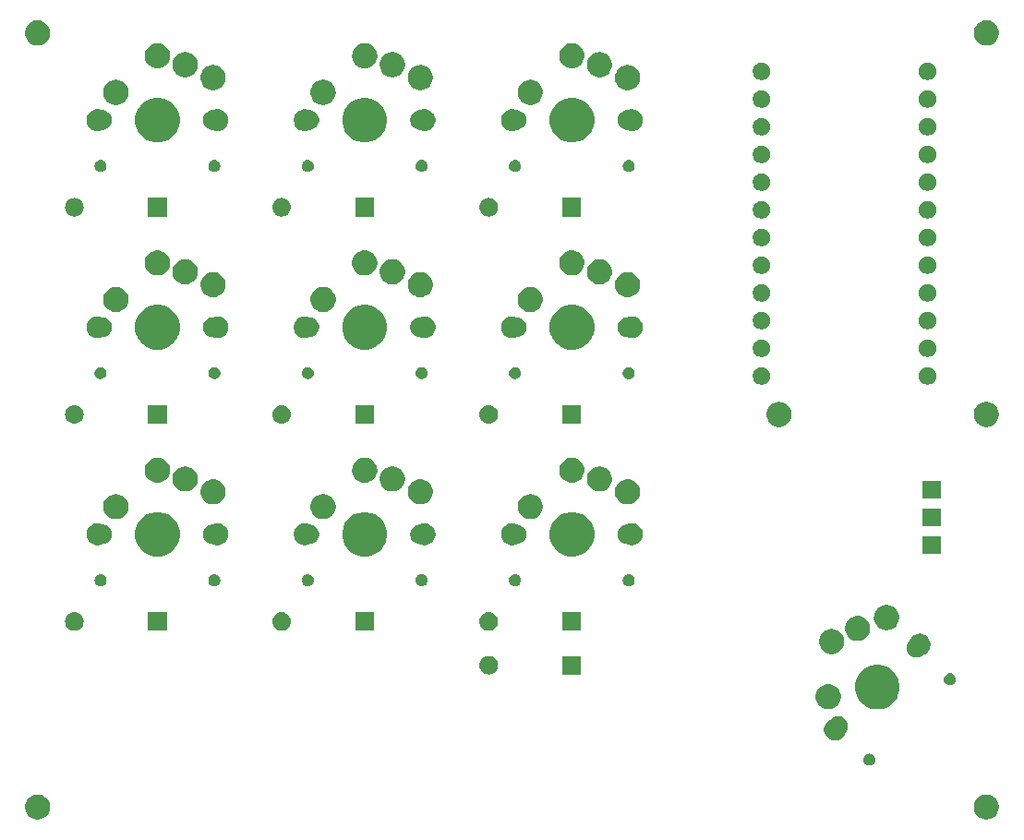
<source format=gbs>
G04 #@! TF.GenerationSoftware,KiCad,Pcbnew,(5.1.4)-1*
G04 #@! TF.CreationDate,2019-11-23T21:45:35+09:00*
G04 #@! TF.ProjectId,sakure10m,73616b75-7265-4313-906d-2e6b69636164,rev?*
G04 #@! TF.SameCoordinates,Original*
G04 #@! TF.FileFunction,Soldermask,Bot*
G04 #@! TF.FilePolarity,Negative*
%FSLAX46Y46*%
G04 Gerber Fmt 4.6, Leading zero omitted, Abs format (unit mm)*
G04 Created by KiCad (PCBNEW (5.1.4)-1) date 2019-11-23 21:45:35*
%MOMM*%
%LPD*%
G04 APERTURE LIST*
%ADD10C,0.100000*%
G04 APERTURE END LIST*
D10*
G36*
X161124549Y-113271116D02*
G01*
X161235734Y-113293232D01*
X161445203Y-113379997D01*
X161633720Y-113505960D01*
X161794040Y-113666280D01*
X161920003Y-113854797D01*
X162006768Y-114064266D01*
X162051000Y-114286636D01*
X162051000Y-114513364D01*
X162006768Y-114735734D01*
X161920003Y-114945203D01*
X161794040Y-115133720D01*
X161633720Y-115294040D01*
X161445203Y-115420003D01*
X161235734Y-115506768D01*
X161124549Y-115528884D01*
X161013365Y-115551000D01*
X160786635Y-115551000D01*
X160675451Y-115528884D01*
X160564266Y-115506768D01*
X160354797Y-115420003D01*
X160166280Y-115294040D01*
X160005960Y-115133720D01*
X159879997Y-114945203D01*
X159793232Y-114735734D01*
X159749000Y-114513364D01*
X159749000Y-114286636D01*
X159793232Y-114064266D01*
X159879997Y-113854797D01*
X160005960Y-113666280D01*
X160166280Y-113505960D01*
X160354797Y-113379997D01*
X160564266Y-113293232D01*
X160675451Y-113271116D01*
X160786635Y-113249000D01*
X161013365Y-113249000D01*
X161124549Y-113271116D01*
X161124549Y-113271116D01*
G37*
G36*
X74124549Y-113271116D02*
G01*
X74235734Y-113293232D01*
X74445203Y-113379997D01*
X74633720Y-113505960D01*
X74794040Y-113666280D01*
X74920003Y-113854797D01*
X75006768Y-114064266D01*
X75051000Y-114286636D01*
X75051000Y-114513364D01*
X75006768Y-114735734D01*
X74920003Y-114945203D01*
X74794040Y-115133720D01*
X74633720Y-115294040D01*
X74445203Y-115420003D01*
X74235734Y-115506768D01*
X74124549Y-115528884D01*
X74013365Y-115551000D01*
X73786635Y-115551000D01*
X73675451Y-115528884D01*
X73564266Y-115506768D01*
X73354797Y-115420003D01*
X73166280Y-115294040D01*
X73005960Y-115133720D01*
X72879997Y-114945203D01*
X72793232Y-114735734D01*
X72749000Y-114513364D01*
X72749000Y-114286636D01*
X72793232Y-114064266D01*
X72879997Y-113854797D01*
X73005960Y-113666280D01*
X73166280Y-113505960D01*
X73354797Y-113379997D01*
X73564266Y-113293232D01*
X73675451Y-113271116D01*
X73786635Y-113249000D01*
X74013365Y-113249000D01*
X74124549Y-113271116D01*
X74124549Y-113271116D01*
G37*
G36*
X150339472Y-109531120D02*
G01*
X150439746Y-109572655D01*
X150439747Y-109572656D01*
X150529993Y-109632956D01*
X150606741Y-109709704D01*
X150606742Y-109709706D01*
X150667042Y-109799951D01*
X150708577Y-109900225D01*
X150729751Y-110006676D01*
X150729751Y-110115216D01*
X150708577Y-110221667D01*
X150667042Y-110321941D01*
X150667041Y-110321942D01*
X150606741Y-110412188D01*
X150529993Y-110488936D01*
X150484563Y-110519291D01*
X150439746Y-110549237D01*
X150339472Y-110590772D01*
X150233021Y-110611946D01*
X150124481Y-110611946D01*
X150018030Y-110590772D01*
X149917756Y-110549237D01*
X149872939Y-110519291D01*
X149827509Y-110488936D01*
X149750761Y-110412188D01*
X149690461Y-110321942D01*
X149690460Y-110321941D01*
X149648925Y-110221667D01*
X149627751Y-110115216D01*
X149627751Y-110006676D01*
X149648925Y-109900225D01*
X149690460Y-109799951D01*
X149750760Y-109709706D01*
X149750761Y-109709704D01*
X149827509Y-109632956D01*
X149917755Y-109572656D01*
X149917756Y-109572655D01*
X150018030Y-109531120D01*
X150124481Y-109509946D01*
X150233021Y-109509946D01*
X150339472Y-109531120D01*
X150339472Y-109531120D01*
G37*
G36*
X147421410Y-106096029D02*
G01*
X147570710Y-106125726D01*
X147734682Y-106193646D01*
X147882252Y-106292249D01*
X148007751Y-106417748D01*
X148106354Y-106565318D01*
X148174274Y-106729290D01*
X148208898Y-106903361D01*
X148208898Y-107080843D01*
X148174274Y-107254914D01*
X148106354Y-107418886D01*
X148007751Y-107566456D01*
X147977092Y-107597115D01*
X147961556Y-107616046D01*
X147950005Y-107637657D01*
X147897987Y-107763238D01*
X147788440Y-107927187D01*
X147649013Y-108066614D01*
X147485064Y-108176161D01*
X147302894Y-108251619D01*
X147206198Y-108270853D01*
X147109504Y-108290087D01*
X146912322Y-108290087D01*
X146815628Y-108270853D01*
X146718932Y-108251619D01*
X146536762Y-108176161D01*
X146372813Y-108066614D01*
X146233386Y-107927187D01*
X146123839Y-107763238D01*
X146048381Y-107581068D01*
X146009913Y-107387677D01*
X146009913Y-107190497D01*
X146048381Y-106997106D01*
X146123839Y-106814936D01*
X146233386Y-106650987D01*
X146372813Y-106511560D01*
X146536762Y-106402013D01*
X146662343Y-106349995D01*
X146683954Y-106338444D01*
X146702885Y-106322908D01*
X146733544Y-106292249D01*
X146881114Y-106193646D01*
X147045086Y-106125726D01*
X147194386Y-106096029D01*
X147219156Y-106091102D01*
X147396640Y-106091102D01*
X147421410Y-106096029D01*
X147421410Y-106096029D01*
G37*
G36*
X151498254Y-101427818D02*
G01*
X151871511Y-101582426D01*
X151871513Y-101582427D01*
X152207436Y-101806884D01*
X152493116Y-102092564D01*
X152710403Y-102417756D01*
X152717574Y-102428489D01*
X152872182Y-102801746D01*
X152951000Y-103197993D01*
X152951000Y-103602007D01*
X152872182Y-103998254D01*
X152794969Y-104184662D01*
X152717573Y-104371513D01*
X152493116Y-104707436D01*
X152207436Y-104993116D01*
X151871513Y-105217573D01*
X151871512Y-105217574D01*
X151871511Y-105217574D01*
X151498254Y-105372182D01*
X151102007Y-105451000D01*
X150697993Y-105451000D01*
X150301746Y-105372182D01*
X149928489Y-105217574D01*
X149928488Y-105217574D01*
X149928487Y-105217573D01*
X149592564Y-104993116D01*
X149306884Y-104707436D01*
X149082427Y-104371513D01*
X149005031Y-104184662D01*
X148927818Y-103998254D01*
X148849000Y-103602007D01*
X148849000Y-103197993D01*
X148927818Y-102801746D01*
X149082426Y-102428489D01*
X149089598Y-102417756D01*
X149306884Y-102092564D01*
X149592564Y-101806884D01*
X149928487Y-101582427D01*
X149928489Y-101582426D01*
X150301746Y-101427818D01*
X150697993Y-101349000D01*
X151102007Y-101349000D01*
X151498254Y-101427818D01*
X151498254Y-101427818D01*
G37*
G36*
X146623859Y-103167041D02*
G01*
X146745606Y-103191258D01*
X146955075Y-103278023D01*
X147143592Y-103403986D01*
X147303912Y-103564306D01*
X147429875Y-103752823D01*
X147516640Y-103962292D01*
X147560872Y-104184662D01*
X147560872Y-104411390D01*
X147516640Y-104633760D01*
X147429875Y-104843229D01*
X147303912Y-105031746D01*
X147143592Y-105192066D01*
X146955075Y-105318029D01*
X146745606Y-105404794D01*
X146634421Y-105426910D01*
X146523237Y-105449026D01*
X146296507Y-105449026D01*
X146185323Y-105426910D01*
X146074138Y-105404794D01*
X145864669Y-105318029D01*
X145676152Y-105192066D01*
X145515832Y-105031746D01*
X145389869Y-104843229D01*
X145303104Y-104633760D01*
X145258872Y-104411390D01*
X145258872Y-104184662D01*
X145303104Y-103962292D01*
X145389869Y-103752823D01*
X145515832Y-103564306D01*
X145676152Y-103403986D01*
X145864669Y-103278023D01*
X146074138Y-103191258D01*
X146195885Y-103167041D01*
X146296507Y-103147026D01*
X146523237Y-103147026D01*
X146623859Y-103167041D01*
X146623859Y-103167041D01*
G37*
G36*
X157721667Y-102148925D02*
G01*
X157821941Y-102190460D01*
X157821942Y-102190461D01*
X157912188Y-102250761D01*
X157988936Y-102327509D01*
X157988937Y-102327511D01*
X158049237Y-102417756D01*
X158090772Y-102518030D01*
X158111946Y-102624481D01*
X158111946Y-102733021D01*
X158090772Y-102839472D01*
X158049237Y-102939746D01*
X158049236Y-102939747D01*
X157988936Y-103029993D01*
X157912188Y-103106741D01*
X157866758Y-103137096D01*
X157821941Y-103167042D01*
X157721667Y-103208577D01*
X157615216Y-103229751D01*
X157506676Y-103229751D01*
X157400225Y-103208577D01*
X157299951Y-103167042D01*
X157255134Y-103137096D01*
X157209704Y-103106741D01*
X157132956Y-103029993D01*
X157072656Y-102939747D01*
X157072655Y-102939746D01*
X157031120Y-102839472D01*
X157009946Y-102733021D01*
X157009946Y-102624481D01*
X157031120Y-102518030D01*
X157072655Y-102417756D01*
X157132955Y-102327511D01*
X157132956Y-102327509D01*
X157209704Y-102250761D01*
X157299950Y-102190461D01*
X157299951Y-102190460D01*
X157400225Y-102148925D01*
X157506676Y-102127751D01*
X157615216Y-102127751D01*
X157721667Y-102148925D01*
X157721667Y-102148925D01*
G37*
G36*
X123751000Y-102251000D02*
G01*
X122049000Y-102251000D01*
X122049000Y-100549000D01*
X123751000Y-100549000D01*
X123751000Y-102251000D01*
X123751000Y-102251000D01*
G37*
G36*
X115446823Y-100561313D02*
G01*
X115607242Y-100609976D01*
X115727533Y-100674273D01*
X115755078Y-100688996D01*
X115884659Y-100795341D01*
X115991004Y-100924922D01*
X115991005Y-100924924D01*
X116070024Y-101072758D01*
X116118687Y-101233177D01*
X116135117Y-101400000D01*
X116118687Y-101566823D01*
X116070024Y-101727242D01*
X116027454Y-101806884D01*
X115991004Y-101875078D01*
X115884659Y-102004659D01*
X115755078Y-102111004D01*
X115755076Y-102111005D01*
X115607242Y-102190024D01*
X115607239Y-102190025D01*
X115577380Y-102199083D01*
X115446823Y-102238687D01*
X115321804Y-102251000D01*
X115238196Y-102251000D01*
X115113177Y-102238687D01*
X114982620Y-102199083D01*
X114952761Y-102190025D01*
X114952758Y-102190024D01*
X114804924Y-102111005D01*
X114804922Y-102111004D01*
X114675341Y-102004659D01*
X114568996Y-101875078D01*
X114532546Y-101806884D01*
X114489976Y-101727242D01*
X114441313Y-101566823D01*
X114424883Y-101400000D01*
X114441313Y-101233177D01*
X114489976Y-101072758D01*
X114568995Y-100924924D01*
X114568996Y-100924922D01*
X114675341Y-100795341D01*
X114804922Y-100688996D01*
X114832467Y-100674273D01*
X114952758Y-100609976D01*
X115113177Y-100561313D01*
X115238196Y-100549000D01*
X115321804Y-100549000D01*
X115446823Y-100561313D01*
X115446823Y-100561313D01*
G37*
G36*
X155081068Y-98548381D02*
G01*
X155263238Y-98623839D01*
X155427187Y-98733386D01*
X155566614Y-98872813D01*
X155676161Y-99036762D01*
X155751619Y-99218932D01*
X155754526Y-99233545D01*
X155790087Y-99412322D01*
X155790087Y-99609504D01*
X155751619Y-99802893D01*
X155685802Y-99961790D01*
X155676161Y-99985064D01*
X155566614Y-100149013D01*
X155427187Y-100288440D01*
X155263238Y-100397987D01*
X155263237Y-100397988D01*
X155263236Y-100397988D01*
X155137657Y-100450005D01*
X155116046Y-100461556D01*
X155097115Y-100477092D01*
X155066456Y-100507751D01*
X154918886Y-100606354D01*
X154754914Y-100674274D01*
X154605614Y-100703971D01*
X154580844Y-100708898D01*
X154403360Y-100708898D01*
X154378590Y-100703971D01*
X154229290Y-100674274D01*
X154065318Y-100606354D01*
X153917748Y-100507751D01*
X153792249Y-100382252D01*
X153693646Y-100234682D01*
X153625726Y-100070710D01*
X153591102Y-99896639D01*
X153591102Y-99719157D01*
X153625726Y-99545086D01*
X153693646Y-99381114D01*
X153792249Y-99233544D01*
X153822908Y-99202885D01*
X153838444Y-99183954D01*
X153849995Y-99162343D01*
X153902012Y-99036764D01*
X153920268Y-99009442D01*
X154011560Y-98872813D01*
X154150987Y-98733386D01*
X154314936Y-98623839D01*
X154497106Y-98548381D01*
X154593802Y-98529147D01*
X154690496Y-98509913D01*
X154887678Y-98509913D01*
X155081068Y-98548381D01*
X155081068Y-98548381D01*
G37*
G36*
X146952619Y-98099186D02*
G01*
X147063804Y-98121302D01*
X147211920Y-98182654D01*
X147229714Y-98190024D01*
X147273273Y-98208067D01*
X147461790Y-98334030D01*
X147622110Y-98494350D01*
X147748073Y-98682867D01*
X147834838Y-98892336D01*
X147879070Y-99114706D01*
X147879070Y-99341434D01*
X147834838Y-99563804D01*
X147748073Y-99773273D01*
X147622110Y-99961790D01*
X147461790Y-100122110D01*
X147273273Y-100248073D01*
X147063804Y-100334838D01*
X146952619Y-100356954D01*
X146841435Y-100379070D01*
X146614705Y-100379070D01*
X146503521Y-100356954D01*
X146392336Y-100334838D01*
X146182867Y-100248073D01*
X145994350Y-100122110D01*
X145834030Y-99961790D01*
X145708067Y-99773273D01*
X145621302Y-99563804D01*
X145577070Y-99341434D01*
X145577070Y-99114706D01*
X145621302Y-98892336D01*
X145708067Y-98682867D01*
X145834030Y-98494350D01*
X145994350Y-98334030D01*
X146182867Y-98208067D01*
X146226427Y-98190024D01*
X146244220Y-98182654D01*
X146392336Y-98121302D01*
X146503521Y-98099186D01*
X146614705Y-98077070D01*
X146841435Y-98077070D01*
X146952619Y-98099186D01*
X146952619Y-98099186D01*
G37*
G36*
X149328498Y-96882962D02*
G01*
X149439683Y-96905078D01*
X149649152Y-96991843D01*
X149837669Y-97117806D01*
X149997989Y-97278126D01*
X150123952Y-97466643D01*
X150171421Y-97581242D01*
X150210717Y-97676113D01*
X150254949Y-97898481D01*
X150254949Y-98125211D01*
X150210717Y-98347579D01*
X150127543Y-98548381D01*
X150123952Y-98557049D01*
X149997989Y-98745566D01*
X149837669Y-98905886D01*
X149649152Y-99031849D01*
X149439683Y-99118614D01*
X149328498Y-99140730D01*
X149217314Y-99162846D01*
X148990584Y-99162846D01*
X148879400Y-99140730D01*
X148768215Y-99118614D01*
X148558746Y-99031849D01*
X148370229Y-98905886D01*
X148209909Y-98745566D01*
X148083946Y-98557049D01*
X148080356Y-98548381D01*
X147997181Y-98347579D01*
X147952949Y-98125211D01*
X147952949Y-97898481D01*
X147997181Y-97676113D01*
X148036478Y-97581242D01*
X148083946Y-97466643D01*
X148209909Y-97278126D01*
X148370229Y-97117806D01*
X148558746Y-96991843D01*
X148768215Y-96905078D01*
X148879400Y-96882962D01*
X148990584Y-96860846D01*
X149217314Y-96860846D01*
X149328498Y-96882962D01*
X149328498Y-96882962D01*
G37*
G36*
X104751000Y-98251000D02*
G01*
X103049000Y-98251000D01*
X103049000Y-96549000D01*
X104751000Y-96549000D01*
X104751000Y-98251000D01*
X104751000Y-98251000D01*
G37*
G36*
X85751000Y-98251000D02*
G01*
X84049000Y-98251000D01*
X84049000Y-96549000D01*
X85751000Y-96549000D01*
X85751000Y-98251000D01*
X85751000Y-98251000D01*
G37*
G36*
X115446823Y-96561313D02*
G01*
X115607242Y-96609976D01*
X115739906Y-96680886D01*
X115755078Y-96688996D01*
X115884659Y-96795341D01*
X115991004Y-96924922D01*
X115991005Y-96924924D01*
X116070024Y-97072758D01*
X116118687Y-97233177D01*
X116135117Y-97400000D01*
X116118687Y-97566823D01*
X116070024Y-97727242D01*
X116047298Y-97769759D01*
X115991004Y-97875078D01*
X115884659Y-98004659D01*
X115755078Y-98111004D01*
X115755076Y-98111005D01*
X115607242Y-98190024D01*
X115446823Y-98238687D01*
X115321804Y-98251000D01*
X115238196Y-98251000D01*
X115113177Y-98238687D01*
X114952758Y-98190024D01*
X114804924Y-98111005D01*
X114804922Y-98111004D01*
X114675341Y-98004659D01*
X114568996Y-97875078D01*
X114512702Y-97769759D01*
X114489976Y-97727242D01*
X114441313Y-97566823D01*
X114424883Y-97400000D01*
X114441313Y-97233177D01*
X114489976Y-97072758D01*
X114568995Y-96924924D01*
X114568996Y-96924922D01*
X114675341Y-96795341D01*
X114804922Y-96688996D01*
X114820094Y-96680886D01*
X114952758Y-96609976D01*
X115113177Y-96561313D01*
X115238196Y-96549000D01*
X115321804Y-96549000D01*
X115446823Y-96561313D01*
X115446823Y-96561313D01*
G37*
G36*
X123751000Y-98251000D02*
G01*
X122049000Y-98251000D01*
X122049000Y-96549000D01*
X123751000Y-96549000D01*
X123751000Y-98251000D01*
X123751000Y-98251000D01*
G37*
G36*
X96446823Y-96561313D02*
G01*
X96607242Y-96609976D01*
X96739906Y-96680886D01*
X96755078Y-96688996D01*
X96884659Y-96795341D01*
X96991004Y-96924922D01*
X96991005Y-96924924D01*
X97070024Y-97072758D01*
X97118687Y-97233177D01*
X97135117Y-97400000D01*
X97118687Y-97566823D01*
X97070024Y-97727242D01*
X97047298Y-97769759D01*
X96991004Y-97875078D01*
X96884659Y-98004659D01*
X96755078Y-98111004D01*
X96755076Y-98111005D01*
X96607242Y-98190024D01*
X96446823Y-98238687D01*
X96321804Y-98251000D01*
X96238196Y-98251000D01*
X96113177Y-98238687D01*
X95952758Y-98190024D01*
X95804924Y-98111005D01*
X95804922Y-98111004D01*
X95675341Y-98004659D01*
X95568996Y-97875078D01*
X95512702Y-97769759D01*
X95489976Y-97727242D01*
X95441313Y-97566823D01*
X95424883Y-97400000D01*
X95441313Y-97233177D01*
X95489976Y-97072758D01*
X95568995Y-96924924D01*
X95568996Y-96924922D01*
X95675341Y-96795341D01*
X95804922Y-96688996D01*
X95820094Y-96680886D01*
X95952758Y-96609976D01*
X96113177Y-96561313D01*
X96238196Y-96549000D01*
X96321804Y-96549000D01*
X96446823Y-96561313D01*
X96446823Y-96561313D01*
G37*
G36*
X77446823Y-96561313D02*
G01*
X77607242Y-96609976D01*
X77739906Y-96680886D01*
X77755078Y-96688996D01*
X77884659Y-96795341D01*
X77991004Y-96924922D01*
X77991005Y-96924924D01*
X78070024Y-97072758D01*
X78118687Y-97233177D01*
X78135117Y-97400000D01*
X78118687Y-97566823D01*
X78070024Y-97727242D01*
X78047298Y-97769759D01*
X77991004Y-97875078D01*
X77884659Y-98004659D01*
X77755078Y-98111004D01*
X77755076Y-98111005D01*
X77607242Y-98190024D01*
X77446823Y-98238687D01*
X77321804Y-98251000D01*
X77238196Y-98251000D01*
X77113177Y-98238687D01*
X76952758Y-98190024D01*
X76804924Y-98111005D01*
X76804922Y-98111004D01*
X76675341Y-98004659D01*
X76568996Y-97875078D01*
X76512702Y-97769759D01*
X76489976Y-97727242D01*
X76441313Y-97566823D01*
X76424883Y-97400000D01*
X76441313Y-97233177D01*
X76489976Y-97072758D01*
X76568995Y-96924924D01*
X76568996Y-96924922D01*
X76675341Y-96795341D01*
X76804922Y-96688996D01*
X76820094Y-96680886D01*
X76952758Y-96609976D01*
X77113177Y-96561313D01*
X77238196Y-96549000D01*
X77321804Y-96549000D01*
X77446823Y-96561313D01*
X77446823Y-96561313D01*
G37*
G36*
X151973077Y-95907155D02*
G01*
X152084262Y-95929271D01*
X152293731Y-96016036D01*
X152482248Y-96141999D01*
X152642568Y-96302319D01*
X152768531Y-96490836D01*
X152850612Y-96688996D01*
X152855296Y-96700306D01*
X152887230Y-96860846D01*
X152899528Y-96922675D01*
X152899528Y-97149403D01*
X152855296Y-97371773D01*
X152768531Y-97581242D01*
X152642568Y-97769759D01*
X152482248Y-97930079D01*
X152293731Y-98056042D01*
X152084262Y-98142807D01*
X151973077Y-98164923D01*
X151861893Y-98187039D01*
X151635163Y-98187039D01*
X151523979Y-98164923D01*
X151412794Y-98142807D01*
X151203325Y-98056042D01*
X151014808Y-97930079D01*
X150854488Y-97769759D01*
X150728525Y-97581242D01*
X150641760Y-97371773D01*
X150597528Y-97149403D01*
X150597528Y-96922675D01*
X150609827Y-96860846D01*
X150641760Y-96700306D01*
X150646445Y-96688996D01*
X150728525Y-96490836D01*
X150854488Y-96302319D01*
X151014808Y-96141999D01*
X151203325Y-96016036D01*
X151412794Y-95929271D01*
X151523979Y-95907155D01*
X151635163Y-95885039D01*
X151861893Y-95885039D01*
X151973077Y-95907155D01*
X151973077Y-95907155D01*
G37*
G36*
X128280721Y-93070174D02*
G01*
X128380995Y-93111709D01*
X128380996Y-93111710D01*
X128471242Y-93172010D01*
X128547990Y-93248758D01*
X128547991Y-93248760D01*
X128608291Y-93339005D01*
X128649826Y-93439279D01*
X128671000Y-93545730D01*
X128671000Y-93654270D01*
X128649826Y-93760721D01*
X128608291Y-93860995D01*
X128608290Y-93860996D01*
X128547990Y-93951242D01*
X128471242Y-94027990D01*
X128425812Y-94058345D01*
X128380995Y-94088291D01*
X128280721Y-94129826D01*
X128174270Y-94151000D01*
X128065730Y-94151000D01*
X127959279Y-94129826D01*
X127859005Y-94088291D01*
X127814188Y-94058345D01*
X127768758Y-94027990D01*
X127692010Y-93951242D01*
X127631710Y-93860996D01*
X127631709Y-93860995D01*
X127590174Y-93760721D01*
X127569000Y-93654270D01*
X127569000Y-93545730D01*
X127590174Y-93439279D01*
X127631709Y-93339005D01*
X127692009Y-93248760D01*
X127692010Y-93248758D01*
X127768758Y-93172010D01*
X127859004Y-93111710D01*
X127859005Y-93111709D01*
X127959279Y-93070174D01*
X128065730Y-93049000D01*
X128174270Y-93049000D01*
X128280721Y-93070174D01*
X128280721Y-93070174D01*
G37*
G36*
X90280721Y-93070174D02*
G01*
X90380995Y-93111709D01*
X90380996Y-93111710D01*
X90471242Y-93172010D01*
X90547990Y-93248758D01*
X90547991Y-93248760D01*
X90608291Y-93339005D01*
X90649826Y-93439279D01*
X90671000Y-93545730D01*
X90671000Y-93654270D01*
X90649826Y-93760721D01*
X90608291Y-93860995D01*
X90608290Y-93860996D01*
X90547990Y-93951242D01*
X90471242Y-94027990D01*
X90425812Y-94058345D01*
X90380995Y-94088291D01*
X90280721Y-94129826D01*
X90174270Y-94151000D01*
X90065730Y-94151000D01*
X89959279Y-94129826D01*
X89859005Y-94088291D01*
X89814188Y-94058345D01*
X89768758Y-94027990D01*
X89692010Y-93951242D01*
X89631710Y-93860996D01*
X89631709Y-93860995D01*
X89590174Y-93760721D01*
X89569000Y-93654270D01*
X89569000Y-93545730D01*
X89590174Y-93439279D01*
X89631709Y-93339005D01*
X89692009Y-93248760D01*
X89692010Y-93248758D01*
X89768758Y-93172010D01*
X89859004Y-93111710D01*
X89859005Y-93111709D01*
X89959279Y-93070174D01*
X90065730Y-93049000D01*
X90174270Y-93049000D01*
X90280721Y-93070174D01*
X90280721Y-93070174D01*
G37*
G36*
X79840721Y-93070174D02*
G01*
X79940995Y-93111709D01*
X79940996Y-93111710D01*
X80031242Y-93172010D01*
X80107990Y-93248758D01*
X80107991Y-93248760D01*
X80168291Y-93339005D01*
X80209826Y-93439279D01*
X80231000Y-93545730D01*
X80231000Y-93654270D01*
X80209826Y-93760721D01*
X80168291Y-93860995D01*
X80168290Y-93860996D01*
X80107990Y-93951242D01*
X80031242Y-94027990D01*
X79985812Y-94058345D01*
X79940995Y-94088291D01*
X79840721Y-94129826D01*
X79734270Y-94151000D01*
X79625730Y-94151000D01*
X79519279Y-94129826D01*
X79419005Y-94088291D01*
X79374188Y-94058345D01*
X79328758Y-94027990D01*
X79252010Y-93951242D01*
X79191710Y-93860996D01*
X79191709Y-93860995D01*
X79150174Y-93760721D01*
X79129000Y-93654270D01*
X79129000Y-93545730D01*
X79150174Y-93439279D01*
X79191709Y-93339005D01*
X79252009Y-93248760D01*
X79252010Y-93248758D01*
X79328758Y-93172010D01*
X79419004Y-93111710D01*
X79419005Y-93111709D01*
X79519279Y-93070174D01*
X79625730Y-93049000D01*
X79734270Y-93049000D01*
X79840721Y-93070174D01*
X79840721Y-93070174D01*
G37*
G36*
X109280721Y-93070174D02*
G01*
X109380995Y-93111709D01*
X109380996Y-93111710D01*
X109471242Y-93172010D01*
X109547990Y-93248758D01*
X109547991Y-93248760D01*
X109608291Y-93339005D01*
X109649826Y-93439279D01*
X109671000Y-93545730D01*
X109671000Y-93654270D01*
X109649826Y-93760721D01*
X109608291Y-93860995D01*
X109608290Y-93860996D01*
X109547990Y-93951242D01*
X109471242Y-94027990D01*
X109425812Y-94058345D01*
X109380995Y-94088291D01*
X109280721Y-94129826D01*
X109174270Y-94151000D01*
X109065730Y-94151000D01*
X108959279Y-94129826D01*
X108859005Y-94088291D01*
X108814188Y-94058345D01*
X108768758Y-94027990D01*
X108692010Y-93951242D01*
X108631710Y-93860996D01*
X108631709Y-93860995D01*
X108590174Y-93760721D01*
X108569000Y-93654270D01*
X108569000Y-93545730D01*
X108590174Y-93439279D01*
X108631709Y-93339005D01*
X108692009Y-93248760D01*
X108692010Y-93248758D01*
X108768758Y-93172010D01*
X108859004Y-93111710D01*
X108859005Y-93111709D01*
X108959279Y-93070174D01*
X109065730Y-93049000D01*
X109174270Y-93049000D01*
X109280721Y-93070174D01*
X109280721Y-93070174D01*
G37*
G36*
X98840721Y-93070174D02*
G01*
X98940995Y-93111709D01*
X98940996Y-93111710D01*
X99031242Y-93172010D01*
X99107990Y-93248758D01*
X99107991Y-93248760D01*
X99168291Y-93339005D01*
X99209826Y-93439279D01*
X99231000Y-93545730D01*
X99231000Y-93654270D01*
X99209826Y-93760721D01*
X99168291Y-93860995D01*
X99168290Y-93860996D01*
X99107990Y-93951242D01*
X99031242Y-94027990D01*
X98985812Y-94058345D01*
X98940995Y-94088291D01*
X98840721Y-94129826D01*
X98734270Y-94151000D01*
X98625730Y-94151000D01*
X98519279Y-94129826D01*
X98419005Y-94088291D01*
X98374188Y-94058345D01*
X98328758Y-94027990D01*
X98252010Y-93951242D01*
X98191710Y-93860996D01*
X98191709Y-93860995D01*
X98150174Y-93760721D01*
X98129000Y-93654270D01*
X98129000Y-93545730D01*
X98150174Y-93439279D01*
X98191709Y-93339005D01*
X98252009Y-93248760D01*
X98252010Y-93248758D01*
X98328758Y-93172010D01*
X98419004Y-93111710D01*
X98419005Y-93111709D01*
X98519279Y-93070174D01*
X98625730Y-93049000D01*
X98734270Y-93049000D01*
X98840721Y-93070174D01*
X98840721Y-93070174D01*
G37*
G36*
X117840721Y-93070174D02*
G01*
X117940995Y-93111709D01*
X117940996Y-93111710D01*
X118031242Y-93172010D01*
X118107990Y-93248758D01*
X118107991Y-93248760D01*
X118168291Y-93339005D01*
X118209826Y-93439279D01*
X118231000Y-93545730D01*
X118231000Y-93654270D01*
X118209826Y-93760721D01*
X118168291Y-93860995D01*
X118168290Y-93860996D01*
X118107990Y-93951242D01*
X118031242Y-94027990D01*
X117985812Y-94058345D01*
X117940995Y-94088291D01*
X117840721Y-94129826D01*
X117734270Y-94151000D01*
X117625730Y-94151000D01*
X117519279Y-94129826D01*
X117419005Y-94088291D01*
X117374188Y-94058345D01*
X117328758Y-94027990D01*
X117252010Y-93951242D01*
X117191710Y-93860996D01*
X117191709Y-93860995D01*
X117150174Y-93760721D01*
X117129000Y-93654270D01*
X117129000Y-93545730D01*
X117150174Y-93439279D01*
X117191709Y-93339005D01*
X117252009Y-93248760D01*
X117252010Y-93248758D01*
X117328758Y-93172010D01*
X117419004Y-93111710D01*
X117419005Y-93111709D01*
X117519279Y-93070174D01*
X117625730Y-93049000D01*
X117734270Y-93049000D01*
X117840721Y-93070174D01*
X117840721Y-93070174D01*
G37*
G36*
X85498254Y-87427818D02*
G01*
X85871511Y-87582426D01*
X85871513Y-87582427D01*
X86207436Y-87806884D01*
X86493116Y-88092564D01*
X86717574Y-88428489D01*
X86872182Y-88801746D01*
X86951000Y-89197993D01*
X86951000Y-89602007D01*
X86872182Y-89998254D01*
X86742839Y-90310515D01*
X86717573Y-90371513D01*
X86493116Y-90707436D01*
X86207436Y-90993116D01*
X85871513Y-91217573D01*
X85871512Y-91217574D01*
X85871511Y-91217574D01*
X85498254Y-91372182D01*
X85102007Y-91451000D01*
X84697993Y-91451000D01*
X84301746Y-91372182D01*
X83928489Y-91217574D01*
X83928488Y-91217574D01*
X83928487Y-91217573D01*
X83592564Y-90993116D01*
X83306884Y-90707436D01*
X83082427Y-90371513D01*
X83057161Y-90310515D01*
X82927818Y-89998254D01*
X82849000Y-89602007D01*
X82849000Y-89197993D01*
X82927818Y-88801746D01*
X83082426Y-88428489D01*
X83306884Y-88092564D01*
X83592564Y-87806884D01*
X83928487Y-87582427D01*
X83928489Y-87582426D01*
X84301746Y-87427818D01*
X84697993Y-87349000D01*
X85102007Y-87349000D01*
X85498254Y-87427818D01*
X85498254Y-87427818D01*
G37*
G36*
X123498254Y-87427818D02*
G01*
X123871511Y-87582426D01*
X123871513Y-87582427D01*
X124207436Y-87806884D01*
X124493116Y-88092564D01*
X124717574Y-88428489D01*
X124872182Y-88801746D01*
X124951000Y-89197993D01*
X124951000Y-89602007D01*
X124872182Y-89998254D01*
X124742839Y-90310515D01*
X124717573Y-90371513D01*
X124493116Y-90707436D01*
X124207436Y-90993116D01*
X123871513Y-91217573D01*
X123871512Y-91217574D01*
X123871511Y-91217574D01*
X123498254Y-91372182D01*
X123102007Y-91451000D01*
X122697993Y-91451000D01*
X122301746Y-91372182D01*
X121928489Y-91217574D01*
X121928488Y-91217574D01*
X121928487Y-91217573D01*
X121592564Y-90993116D01*
X121306884Y-90707436D01*
X121082427Y-90371513D01*
X121057161Y-90310515D01*
X120927818Y-89998254D01*
X120849000Y-89602007D01*
X120849000Y-89197993D01*
X120927818Y-88801746D01*
X121082426Y-88428489D01*
X121306884Y-88092564D01*
X121592564Y-87806884D01*
X121928487Y-87582427D01*
X121928489Y-87582426D01*
X122301746Y-87427818D01*
X122697993Y-87349000D01*
X123102007Y-87349000D01*
X123498254Y-87427818D01*
X123498254Y-87427818D01*
G37*
G36*
X104498254Y-87427818D02*
G01*
X104871511Y-87582426D01*
X104871513Y-87582427D01*
X105207436Y-87806884D01*
X105493116Y-88092564D01*
X105717574Y-88428489D01*
X105872182Y-88801746D01*
X105951000Y-89197993D01*
X105951000Y-89602007D01*
X105872182Y-89998254D01*
X105742839Y-90310515D01*
X105717573Y-90371513D01*
X105493116Y-90707436D01*
X105207436Y-90993116D01*
X104871513Y-91217573D01*
X104871512Y-91217574D01*
X104871511Y-91217574D01*
X104498254Y-91372182D01*
X104102007Y-91451000D01*
X103697993Y-91451000D01*
X103301746Y-91372182D01*
X102928489Y-91217574D01*
X102928488Y-91217574D01*
X102928487Y-91217573D01*
X102592564Y-90993116D01*
X102306884Y-90707436D01*
X102082427Y-90371513D01*
X102057161Y-90310515D01*
X101927818Y-89998254D01*
X101849000Y-89602007D01*
X101849000Y-89197993D01*
X101927818Y-88801746D01*
X102082426Y-88428489D01*
X102306884Y-88092564D01*
X102592564Y-87806884D01*
X102928487Y-87582427D01*
X102928489Y-87582426D01*
X103301746Y-87427818D01*
X103697993Y-87349000D01*
X104102007Y-87349000D01*
X104498254Y-87427818D01*
X104498254Y-87427818D01*
G37*
G36*
X156713000Y-91213000D02*
G01*
X155087000Y-91213000D01*
X155087000Y-89587000D01*
X156713000Y-89587000D01*
X156713000Y-91213000D01*
X156713000Y-91213000D01*
G37*
G36*
X79691981Y-88437468D02*
G01*
X79812310Y-88487311D01*
X79817560Y-88489485D01*
X79841009Y-88496598D01*
X79865395Y-88499000D01*
X79908742Y-88499000D01*
X79933512Y-88503927D01*
X80082812Y-88533624D01*
X80246784Y-88601544D01*
X80394354Y-88700147D01*
X80519853Y-88825646D01*
X80618456Y-88973216D01*
X80686376Y-89137188D01*
X80721000Y-89311259D01*
X80721000Y-89488741D01*
X80686376Y-89662812D01*
X80618456Y-89826784D01*
X80519853Y-89974354D01*
X80394354Y-90099853D01*
X80246784Y-90198456D01*
X80082812Y-90266376D01*
X79933512Y-90296073D01*
X79908742Y-90301000D01*
X79865395Y-90301000D01*
X79841009Y-90303402D01*
X79817560Y-90310515D01*
X79691981Y-90362532D01*
X79595285Y-90381766D01*
X79498591Y-90401000D01*
X79301409Y-90401000D01*
X79204715Y-90381766D01*
X79108019Y-90362532D01*
X78925849Y-90287074D01*
X78761900Y-90177527D01*
X78622473Y-90038100D01*
X78512926Y-89874151D01*
X78437468Y-89691981D01*
X78399000Y-89498590D01*
X78399000Y-89301410D01*
X78437468Y-89108019D01*
X78512926Y-88925849D01*
X78622473Y-88761900D01*
X78761900Y-88622473D01*
X78925849Y-88512926D01*
X79108019Y-88437468D01*
X79301409Y-88399000D01*
X79498591Y-88399000D01*
X79691981Y-88437468D01*
X79691981Y-88437468D01*
G37*
G36*
X128691981Y-88437468D02*
G01*
X128874151Y-88512926D01*
X129038100Y-88622473D01*
X129177527Y-88761900D01*
X129287074Y-88925849D01*
X129362532Y-89108019D01*
X129401000Y-89301410D01*
X129401000Y-89498590D01*
X129362532Y-89691981D01*
X129287074Y-89874151D01*
X129177527Y-90038100D01*
X129038100Y-90177527D01*
X128874151Y-90287074D01*
X128691981Y-90362532D01*
X128595285Y-90381766D01*
X128498591Y-90401000D01*
X128301409Y-90401000D01*
X128204715Y-90381766D01*
X128108019Y-90362532D01*
X127982440Y-90310515D01*
X127958991Y-90303402D01*
X127934605Y-90301000D01*
X127891258Y-90301000D01*
X127866488Y-90296073D01*
X127717188Y-90266376D01*
X127553216Y-90198456D01*
X127405646Y-90099853D01*
X127280147Y-89974354D01*
X127181544Y-89826784D01*
X127113624Y-89662812D01*
X127079000Y-89488741D01*
X127079000Y-89311259D01*
X127113624Y-89137188D01*
X127181544Y-88973216D01*
X127280147Y-88825646D01*
X127405646Y-88700147D01*
X127553216Y-88601544D01*
X127717188Y-88533624D01*
X127866488Y-88503927D01*
X127891258Y-88499000D01*
X127934605Y-88499000D01*
X127958991Y-88496598D01*
X127982440Y-88489485D01*
X127987690Y-88487311D01*
X128108019Y-88437468D01*
X128301409Y-88399000D01*
X128498591Y-88399000D01*
X128691981Y-88437468D01*
X128691981Y-88437468D01*
G37*
G36*
X117691981Y-88437468D02*
G01*
X117812310Y-88487311D01*
X117817560Y-88489485D01*
X117841009Y-88496598D01*
X117865395Y-88499000D01*
X117908742Y-88499000D01*
X117933512Y-88503927D01*
X118082812Y-88533624D01*
X118246784Y-88601544D01*
X118394354Y-88700147D01*
X118519853Y-88825646D01*
X118618456Y-88973216D01*
X118686376Y-89137188D01*
X118721000Y-89311259D01*
X118721000Y-89488741D01*
X118686376Y-89662812D01*
X118618456Y-89826784D01*
X118519853Y-89974354D01*
X118394354Y-90099853D01*
X118246784Y-90198456D01*
X118082812Y-90266376D01*
X117933512Y-90296073D01*
X117908742Y-90301000D01*
X117865395Y-90301000D01*
X117841009Y-90303402D01*
X117817560Y-90310515D01*
X117691981Y-90362532D01*
X117595285Y-90381766D01*
X117498591Y-90401000D01*
X117301409Y-90401000D01*
X117204715Y-90381766D01*
X117108019Y-90362532D01*
X116925849Y-90287074D01*
X116761900Y-90177527D01*
X116622473Y-90038100D01*
X116512926Y-89874151D01*
X116437468Y-89691981D01*
X116399000Y-89498590D01*
X116399000Y-89301410D01*
X116437468Y-89108019D01*
X116512926Y-88925849D01*
X116622473Y-88761900D01*
X116761900Y-88622473D01*
X116925849Y-88512926D01*
X117108019Y-88437468D01*
X117301409Y-88399000D01*
X117498591Y-88399000D01*
X117691981Y-88437468D01*
X117691981Y-88437468D01*
G37*
G36*
X109691981Y-88437468D02*
G01*
X109874151Y-88512926D01*
X110038100Y-88622473D01*
X110177527Y-88761900D01*
X110287074Y-88925849D01*
X110362532Y-89108019D01*
X110401000Y-89301410D01*
X110401000Y-89498590D01*
X110362532Y-89691981D01*
X110287074Y-89874151D01*
X110177527Y-90038100D01*
X110038100Y-90177527D01*
X109874151Y-90287074D01*
X109691981Y-90362532D01*
X109595285Y-90381766D01*
X109498591Y-90401000D01*
X109301409Y-90401000D01*
X109204715Y-90381766D01*
X109108019Y-90362532D01*
X108982440Y-90310515D01*
X108958991Y-90303402D01*
X108934605Y-90301000D01*
X108891258Y-90301000D01*
X108866488Y-90296073D01*
X108717188Y-90266376D01*
X108553216Y-90198456D01*
X108405646Y-90099853D01*
X108280147Y-89974354D01*
X108181544Y-89826784D01*
X108113624Y-89662812D01*
X108079000Y-89488741D01*
X108079000Y-89311259D01*
X108113624Y-89137188D01*
X108181544Y-88973216D01*
X108280147Y-88825646D01*
X108405646Y-88700147D01*
X108553216Y-88601544D01*
X108717188Y-88533624D01*
X108866488Y-88503927D01*
X108891258Y-88499000D01*
X108934605Y-88499000D01*
X108958991Y-88496598D01*
X108982440Y-88489485D01*
X108987690Y-88487311D01*
X109108019Y-88437468D01*
X109301409Y-88399000D01*
X109498591Y-88399000D01*
X109691981Y-88437468D01*
X109691981Y-88437468D01*
G37*
G36*
X98691981Y-88437468D02*
G01*
X98812310Y-88487311D01*
X98817560Y-88489485D01*
X98841009Y-88496598D01*
X98865395Y-88499000D01*
X98908742Y-88499000D01*
X98933512Y-88503927D01*
X99082812Y-88533624D01*
X99246784Y-88601544D01*
X99394354Y-88700147D01*
X99519853Y-88825646D01*
X99618456Y-88973216D01*
X99686376Y-89137188D01*
X99721000Y-89311259D01*
X99721000Y-89488741D01*
X99686376Y-89662812D01*
X99618456Y-89826784D01*
X99519853Y-89974354D01*
X99394354Y-90099853D01*
X99246784Y-90198456D01*
X99082812Y-90266376D01*
X98933512Y-90296073D01*
X98908742Y-90301000D01*
X98865395Y-90301000D01*
X98841009Y-90303402D01*
X98817560Y-90310515D01*
X98691981Y-90362532D01*
X98595285Y-90381766D01*
X98498591Y-90401000D01*
X98301409Y-90401000D01*
X98204715Y-90381766D01*
X98108019Y-90362532D01*
X97925849Y-90287074D01*
X97761900Y-90177527D01*
X97622473Y-90038100D01*
X97512926Y-89874151D01*
X97437468Y-89691981D01*
X97399000Y-89498590D01*
X97399000Y-89301410D01*
X97437468Y-89108019D01*
X97512926Y-88925849D01*
X97622473Y-88761900D01*
X97761900Y-88622473D01*
X97925849Y-88512926D01*
X98108019Y-88437468D01*
X98301409Y-88399000D01*
X98498591Y-88399000D01*
X98691981Y-88437468D01*
X98691981Y-88437468D01*
G37*
G36*
X90691981Y-88437468D02*
G01*
X90874151Y-88512926D01*
X91038100Y-88622473D01*
X91177527Y-88761900D01*
X91287074Y-88925849D01*
X91362532Y-89108019D01*
X91401000Y-89301410D01*
X91401000Y-89498590D01*
X91362532Y-89691981D01*
X91287074Y-89874151D01*
X91177527Y-90038100D01*
X91038100Y-90177527D01*
X90874151Y-90287074D01*
X90691981Y-90362532D01*
X90595285Y-90381766D01*
X90498591Y-90401000D01*
X90301409Y-90401000D01*
X90204715Y-90381766D01*
X90108019Y-90362532D01*
X89982440Y-90310515D01*
X89958991Y-90303402D01*
X89934605Y-90301000D01*
X89891258Y-90301000D01*
X89866488Y-90296073D01*
X89717188Y-90266376D01*
X89553216Y-90198456D01*
X89405646Y-90099853D01*
X89280147Y-89974354D01*
X89181544Y-89826784D01*
X89113624Y-89662812D01*
X89079000Y-89488741D01*
X89079000Y-89311259D01*
X89113624Y-89137188D01*
X89181544Y-88973216D01*
X89280147Y-88825646D01*
X89405646Y-88700147D01*
X89553216Y-88601544D01*
X89717188Y-88533624D01*
X89866488Y-88503927D01*
X89891258Y-88499000D01*
X89934605Y-88499000D01*
X89958991Y-88496598D01*
X89982440Y-88489485D01*
X89987690Y-88487311D01*
X90108019Y-88437468D01*
X90301409Y-88399000D01*
X90498591Y-88399000D01*
X90691981Y-88437468D01*
X90691981Y-88437468D01*
G37*
G36*
X156713000Y-88673000D02*
G01*
X155087000Y-88673000D01*
X155087000Y-87047000D01*
X156713000Y-87047000D01*
X156713000Y-88673000D01*
X156713000Y-88673000D01*
G37*
G36*
X100314549Y-85731116D02*
G01*
X100425734Y-85753232D01*
X100573850Y-85814584D01*
X100624912Y-85835734D01*
X100635203Y-85839997D01*
X100823720Y-85965960D01*
X100984040Y-86126280D01*
X101110003Y-86314797D01*
X101196768Y-86524266D01*
X101241000Y-86746636D01*
X101241000Y-86973364D01*
X101196768Y-87195734D01*
X101110003Y-87405203D01*
X100984040Y-87593720D01*
X100823720Y-87754040D01*
X100635203Y-87880003D01*
X100425734Y-87966768D01*
X100314549Y-87988884D01*
X100203365Y-88011000D01*
X99976635Y-88011000D01*
X99865451Y-87988884D01*
X99754266Y-87966768D01*
X99544797Y-87880003D01*
X99356280Y-87754040D01*
X99195960Y-87593720D01*
X99069997Y-87405203D01*
X98983232Y-87195734D01*
X98939000Y-86973364D01*
X98939000Y-86746636D01*
X98983232Y-86524266D01*
X99069997Y-86314797D01*
X99195960Y-86126280D01*
X99356280Y-85965960D01*
X99544797Y-85839997D01*
X99555089Y-85835734D01*
X99606150Y-85814584D01*
X99754266Y-85753232D01*
X99865451Y-85731116D01*
X99976635Y-85709000D01*
X100203365Y-85709000D01*
X100314549Y-85731116D01*
X100314549Y-85731116D01*
G37*
G36*
X81314549Y-85731116D02*
G01*
X81425734Y-85753232D01*
X81573850Y-85814584D01*
X81624912Y-85835734D01*
X81635203Y-85839997D01*
X81823720Y-85965960D01*
X81984040Y-86126280D01*
X82110003Y-86314797D01*
X82196768Y-86524266D01*
X82241000Y-86746636D01*
X82241000Y-86973364D01*
X82196768Y-87195734D01*
X82110003Y-87405203D01*
X81984040Y-87593720D01*
X81823720Y-87754040D01*
X81635203Y-87880003D01*
X81425734Y-87966768D01*
X81314549Y-87988884D01*
X81203365Y-88011000D01*
X80976635Y-88011000D01*
X80865451Y-87988884D01*
X80754266Y-87966768D01*
X80544797Y-87880003D01*
X80356280Y-87754040D01*
X80195960Y-87593720D01*
X80069997Y-87405203D01*
X79983232Y-87195734D01*
X79939000Y-86973364D01*
X79939000Y-86746636D01*
X79983232Y-86524266D01*
X80069997Y-86314797D01*
X80195960Y-86126280D01*
X80356280Y-85965960D01*
X80544797Y-85839997D01*
X80555089Y-85835734D01*
X80606150Y-85814584D01*
X80754266Y-85753232D01*
X80865451Y-85731116D01*
X80976635Y-85709000D01*
X81203365Y-85709000D01*
X81314549Y-85731116D01*
X81314549Y-85731116D01*
G37*
G36*
X119314549Y-85731116D02*
G01*
X119425734Y-85753232D01*
X119573850Y-85814584D01*
X119624912Y-85835734D01*
X119635203Y-85839997D01*
X119823720Y-85965960D01*
X119984040Y-86126280D01*
X120110003Y-86314797D01*
X120196768Y-86524266D01*
X120241000Y-86746636D01*
X120241000Y-86973364D01*
X120196768Y-87195734D01*
X120110003Y-87405203D01*
X119984040Y-87593720D01*
X119823720Y-87754040D01*
X119635203Y-87880003D01*
X119425734Y-87966768D01*
X119314549Y-87988884D01*
X119203365Y-88011000D01*
X118976635Y-88011000D01*
X118865451Y-87988884D01*
X118754266Y-87966768D01*
X118544797Y-87880003D01*
X118356280Y-87754040D01*
X118195960Y-87593720D01*
X118069997Y-87405203D01*
X117983232Y-87195734D01*
X117939000Y-86973364D01*
X117939000Y-86746636D01*
X117983232Y-86524266D01*
X118069997Y-86314797D01*
X118195960Y-86126280D01*
X118356280Y-85965960D01*
X118544797Y-85839997D01*
X118555089Y-85835734D01*
X118606150Y-85814584D01*
X118754266Y-85753232D01*
X118865451Y-85731116D01*
X118976635Y-85709000D01*
X119203365Y-85709000D01*
X119314549Y-85731116D01*
X119314549Y-85731116D01*
G37*
G36*
X90224549Y-84371116D02*
G01*
X90335734Y-84393232D01*
X90545203Y-84479997D01*
X90733720Y-84605960D01*
X90894040Y-84766280D01*
X91020003Y-84954797D01*
X91106768Y-85164266D01*
X91151000Y-85386636D01*
X91151000Y-85613364D01*
X91106768Y-85835734D01*
X91020003Y-86045203D01*
X90894040Y-86233720D01*
X90733720Y-86394040D01*
X90545203Y-86520003D01*
X90545202Y-86520004D01*
X90545201Y-86520004D01*
X90534909Y-86524267D01*
X90335734Y-86606768D01*
X90224549Y-86628884D01*
X90113365Y-86651000D01*
X89886635Y-86651000D01*
X89775451Y-86628884D01*
X89664266Y-86606768D01*
X89465091Y-86524267D01*
X89454799Y-86520004D01*
X89454798Y-86520004D01*
X89454797Y-86520003D01*
X89266280Y-86394040D01*
X89105960Y-86233720D01*
X88979997Y-86045203D01*
X88893232Y-85835734D01*
X88849000Y-85613364D01*
X88849000Y-85386636D01*
X88893232Y-85164266D01*
X88979997Y-84954797D01*
X89105960Y-84766280D01*
X89266280Y-84605960D01*
X89454797Y-84479997D01*
X89664266Y-84393232D01*
X89775451Y-84371116D01*
X89886635Y-84349000D01*
X90113365Y-84349000D01*
X90224549Y-84371116D01*
X90224549Y-84371116D01*
G37*
G36*
X109224549Y-84371116D02*
G01*
X109335734Y-84393232D01*
X109545203Y-84479997D01*
X109733720Y-84605960D01*
X109894040Y-84766280D01*
X110020003Y-84954797D01*
X110106768Y-85164266D01*
X110151000Y-85386636D01*
X110151000Y-85613364D01*
X110106768Y-85835734D01*
X110020003Y-86045203D01*
X109894040Y-86233720D01*
X109733720Y-86394040D01*
X109545203Y-86520003D01*
X109545202Y-86520004D01*
X109545201Y-86520004D01*
X109534909Y-86524267D01*
X109335734Y-86606768D01*
X109224549Y-86628884D01*
X109113365Y-86651000D01*
X108886635Y-86651000D01*
X108775451Y-86628884D01*
X108664266Y-86606768D01*
X108465091Y-86524267D01*
X108454799Y-86520004D01*
X108454798Y-86520004D01*
X108454797Y-86520003D01*
X108266280Y-86394040D01*
X108105960Y-86233720D01*
X107979997Y-86045203D01*
X107893232Y-85835734D01*
X107849000Y-85613364D01*
X107849000Y-85386636D01*
X107893232Y-85164266D01*
X107979997Y-84954797D01*
X108105960Y-84766280D01*
X108266280Y-84605960D01*
X108454797Y-84479997D01*
X108664266Y-84393232D01*
X108775451Y-84371116D01*
X108886635Y-84349000D01*
X109113365Y-84349000D01*
X109224549Y-84371116D01*
X109224549Y-84371116D01*
G37*
G36*
X128224549Y-84371116D02*
G01*
X128335734Y-84393232D01*
X128545203Y-84479997D01*
X128733720Y-84605960D01*
X128894040Y-84766280D01*
X129020003Y-84954797D01*
X129106768Y-85164266D01*
X129151000Y-85386636D01*
X129151000Y-85613364D01*
X129106768Y-85835734D01*
X129020003Y-86045203D01*
X128894040Y-86233720D01*
X128733720Y-86394040D01*
X128545203Y-86520003D01*
X128545202Y-86520004D01*
X128545201Y-86520004D01*
X128534909Y-86524267D01*
X128335734Y-86606768D01*
X128224549Y-86628884D01*
X128113365Y-86651000D01*
X127886635Y-86651000D01*
X127775451Y-86628884D01*
X127664266Y-86606768D01*
X127465091Y-86524267D01*
X127454799Y-86520004D01*
X127454798Y-86520004D01*
X127454797Y-86520003D01*
X127266280Y-86394040D01*
X127105960Y-86233720D01*
X126979997Y-86045203D01*
X126893232Y-85835734D01*
X126849000Y-85613364D01*
X126849000Y-85386636D01*
X126893232Y-85164266D01*
X126979997Y-84954797D01*
X127105960Y-84766280D01*
X127266280Y-84605960D01*
X127454797Y-84479997D01*
X127664266Y-84393232D01*
X127775451Y-84371116D01*
X127886635Y-84349000D01*
X128113365Y-84349000D01*
X128224549Y-84371116D01*
X128224549Y-84371116D01*
G37*
G36*
X156713000Y-86133000D02*
G01*
X155087000Y-86133000D01*
X155087000Y-84507000D01*
X156713000Y-84507000D01*
X156713000Y-86133000D01*
X156713000Y-86133000D01*
G37*
G36*
X106664549Y-83191116D02*
G01*
X106775734Y-83213232D01*
X106985203Y-83299997D01*
X107173720Y-83425960D01*
X107334040Y-83586280D01*
X107460003Y-83774797D01*
X107460004Y-83774799D01*
X107546768Y-83984267D01*
X107591000Y-84206635D01*
X107591000Y-84433365D01*
X107573766Y-84520004D01*
X107546768Y-84655734D01*
X107460003Y-84865203D01*
X107334040Y-85053720D01*
X107173720Y-85214040D01*
X106985203Y-85340003D01*
X106775734Y-85426768D01*
X106664549Y-85448884D01*
X106553365Y-85471000D01*
X106326635Y-85471000D01*
X106215451Y-85448884D01*
X106104266Y-85426768D01*
X105894797Y-85340003D01*
X105706280Y-85214040D01*
X105545960Y-85053720D01*
X105419997Y-84865203D01*
X105333232Y-84655734D01*
X105306234Y-84520004D01*
X105289000Y-84433365D01*
X105289000Y-84206635D01*
X105333232Y-83984267D01*
X105419996Y-83774799D01*
X105419997Y-83774797D01*
X105545960Y-83586280D01*
X105706280Y-83425960D01*
X105894797Y-83299997D01*
X106104266Y-83213232D01*
X106215451Y-83191116D01*
X106326635Y-83169000D01*
X106553365Y-83169000D01*
X106664549Y-83191116D01*
X106664549Y-83191116D01*
G37*
G36*
X125664549Y-83191116D02*
G01*
X125775734Y-83213232D01*
X125985203Y-83299997D01*
X126173720Y-83425960D01*
X126334040Y-83586280D01*
X126460003Y-83774797D01*
X126460004Y-83774799D01*
X126546768Y-83984267D01*
X126591000Y-84206635D01*
X126591000Y-84433365D01*
X126573766Y-84520004D01*
X126546768Y-84655734D01*
X126460003Y-84865203D01*
X126334040Y-85053720D01*
X126173720Y-85214040D01*
X125985203Y-85340003D01*
X125775734Y-85426768D01*
X125664549Y-85448884D01*
X125553365Y-85471000D01*
X125326635Y-85471000D01*
X125215451Y-85448884D01*
X125104266Y-85426768D01*
X124894797Y-85340003D01*
X124706280Y-85214040D01*
X124545960Y-85053720D01*
X124419997Y-84865203D01*
X124333232Y-84655734D01*
X124306234Y-84520004D01*
X124289000Y-84433365D01*
X124289000Y-84206635D01*
X124333232Y-83984267D01*
X124419996Y-83774799D01*
X124419997Y-83774797D01*
X124545960Y-83586280D01*
X124706280Y-83425960D01*
X124894797Y-83299997D01*
X125104266Y-83213232D01*
X125215451Y-83191116D01*
X125326635Y-83169000D01*
X125553365Y-83169000D01*
X125664549Y-83191116D01*
X125664549Y-83191116D01*
G37*
G36*
X87664549Y-83191116D02*
G01*
X87775734Y-83213232D01*
X87985203Y-83299997D01*
X88173720Y-83425960D01*
X88334040Y-83586280D01*
X88460003Y-83774797D01*
X88460004Y-83774799D01*
X88546768Y-83984267D01*
X88591000Y-84206635D01*
X88591000Y-84433365D01*
X88573766Y-84520004D01*
X88546768Y-84655734D01*
X88460003Y-84865203D01*
X88334040Y-85053720D01*
X88173720Y-85214040D01*
X87985203Y-85340003D01*
X87775734Y-85426768D01*
X87664549Y-85448884D01*
X87553365Y-85471000D01*
X87326635Y-85471000D01*
X87215451Y-85448884D01*
X87104266Y-85426768D01*
X86894797Y-85340003D01*
X86706280Y-85214040D01*
X86545960Y-85053720D01*
X86419997Y-84865203D01*
X86333232Y-84655734D01*
X86306234Y-84520004D01*
X86289000Y-84433365D01*
X86289000Y-84206635D01*
X86333232Y-83984267D01*
X86419996Y-83774799D01*
X86419997Y-83774797D01*
X86545960Y-83586280D01*
X86706280Y-83425960D01*
X86894797Y-83299997D01*
X87104266Y-83213232D01*
X87215451Y-83191116D01*
X87326635Y-83169000D01*
X87553365Y-83169000D01*
X87664549Y-83191116D01*
X87664549Y-83191116D01*
G37*
G36*
X104124549Y-82371116D02*
G01*
X104235734Y-82393232D01*
X104445203Y-82479997D01*
X104633720Y-82605960D01*
X104794040Y-82766280D01*
X104920003Y-82954797D01*
X105006768Y-83164266D01*
X105016508Y-83213232D01*
X105033767Y-83299997D01*
X105051000Y-83386636D01*
X105051000Y-83613364D01*
X105006768Y-83835734D01*
X104920003Y-84045203D01*
X104794040Y-84233720D01*
X104633720Y-84394040D01*
X104445203Y-84520003D01*
X104235734Y-84606768D01*
X104124549Y-84628884D01*
X104013365Y-84651000D01*
X103786635Y-84651000D01*
X103675451Y-84628884D01*
X103564266Y-84606768D01*
X103354797Y-84520003D01*
X103166280Y-84394040D01*
X103005960Y-84233720D01*
X102879997Y-84045203D01*
X102793232Y-83835734D01*
X102749000Y-83613364D01*
X102749000Y-83386636D01*
X102766234Y-83299997D01*
X102783492Y-83213232D01*
X102793232Y-83164266D01*
X102879997Y-82954797D01*
X103005960Y-82766280D01*
X103166280Y-82605960D01*
X103354797Y-82479997D01*
X103564266Y-82393232D01*
X103675451Y-82371116D01*
X103786635Y-82349000D01*
X104013365Y-82349000D01*
X104124549Y-82371116D01*
X104124549Y-82371116D01*
G37*
G36*
X123124549Y-82371116D02*
G01*
X123235734Y-82393232D01*
X123445203Y-82479997D01*
X123633720Y-82605960D01*
X123794040Y-82766280D01*
X123920003Y-82954797D01*
X124006768Y-83164266D01*
X124016508Y-83213232D01*
X124033767Y-83299997D01*
X124051000Y-83386636D01*
X124051000Y-83613364D01*
X124006768Y-83835734D01*
X123920003Y-84045203D01*
X123794040Y-84233720D01*
X123633720Y-84394040D01*
X123445203Y-84520003D01*
X123235734Y-84606768D01*
X123124549Y-84628884D01*
X123013365Y-84651000D01*
X122786635Y-84651000D01*
X122675451Y-84628884D01*
X122564266Y-84606768D01*
X122354797Y-84520003D01*
X122166280Y-84394040D01*
X122005960Y-84233720D01*
X121879997Y-84045203D01*
X121793232Y-83835734D01*
X121749000Y-83613364D01*
X121749000Y-83386636D01*
X121766234Y-83299997D01*
X121783492Y-83213232D01*
X121793232Y-83164266D01*
X121879997Y-82954797D01*
X122005960Y-82766280D01*
X122166280Y-82605960D01*
X122354797Y-82479997D01*
X122564266Y-82393232D01*
X122675451Y-82371116D01*
X122786635Y-82349000D01*
X123013365Y-82349000D01*
X123124549Y-82371116D01*
X123124549Y-82371116D01*
G37*
G36*
X85124549Y-82371116D02*
G01*
X85235734Y-82393232D01*
X85445203Y-82479997D01*
X85633720Y-82605960D01*
X85794040Y-82766280D01*
X85920003Y-82954797D01*
X86006768Y-83164266D01*
X86016508Y-83213232D01*
X86033767Y-83299997D01*
X86051000Y-83386636D01*
X86051000Y-83613364D01*
X86006768Y-83835734D01*
X85920003Y-84045203D01*
X85794040Y-84233720D01*
X85633720Y-84394040D01*
X85445203Y-84520003D01*
X85235734Y-84606768D01*
X85124549Y-84628884D01*
X85013365Y-84651000D01*
X84786635Y-84651000D01*
X84675451Y-84628884D01*
X84564266Y-84606768D01*
X84354797Y-84520003D01*
X84166280Y-84394040D01*
X84005960Y-84233720D01*
X83879997Y-84045203D01*
X83793232Y-83835734D01*
X83749000Y-83613364D01*
X83749000Y-83386636D01*
X83766234Y-83299997D01*
X83783492Y-83213232D01*
X83793232Y-83164266D01*
X83879997Y-82954797D01*
X84005960Y-82766280D01*
X84166280Y-82605960D01*
X84354797Y-82479997D01*
X84564266Y-82393232D01*
X84675451Y-82371116D01*
X84786635Y-82349000D01*
X85013365Y-82349000D01*
X85124549Y-82371116D01*
X85124549Y-82371116D01*
G37*
G36*
X142124549Y-77271116D02*
G01*
X142235734Y-77293232D01*
X142445203Y-77379997D01*
X142633720Y-77505960D01*
X142794040Y-77666280D01*
X142920003Y-77854797D01*
X143006768Y-78064266D01*
X143051000Y-78286636D01*
X143051000Y-78513364D01*
X143006768Y-78735734D01*
X142920003Y-78945203D01*
X142794040Y-79133720D01*
X142633720Y-79294040D01*
X142445203Y-79420003D01*
X142235734Y-79506768D01*
X142124549Y-79528884D01*
X142013365Y-79551000D01*
X141786635Y-79551000D01*
X141675451Y-79528884D01*
X141564266Y-79506768D01*
X141354797Y-79420003D01*
X141166280Y-79294040D01*
X141005960Y-79133720D01*
X140879997Y-78945203D01*
X140793232Y-78735734D01*
X140749000Y-78513364D01*
X140749000Y-78286636D01*
X140793232Y-78064266D01*
X140879997Y-77854797D01*
X141005960Y-77666280D01*
X141166280Y-77505960D01*
X141354797Y-77379997D01*
X141564266Y-77293232D01*
X141675451Y-77271116D01*
X141786635Y-77249000D01*
X142013365Y-77249000D01*
X142124549Y-77271116D01*
X142124549Y-77271116D01*
G37*
G36*
X161124549Y-77271116D02*
G01*
X161235734Y-77293232D01*
X161445203Y-77379997D01*
X161633720Y-77505960D01*
X161794040Y-77666280D01*
X161920003Y-77854797D01*
X162006768Y-78064266D01*
X162051000Y-78286636D01*
X162051000Y-78513364D01*
X162006768Y-78735734D01*
X161920003Y-78945203D01*
X161794040Y-79133720D01*
X161633720Y-79294040D01*
X161445203Y-79420003D01*
X161235734Y-79506768D01*
X161124549Y-79528884D01*
X161013365Y-79551000D01*
X160786635Y-79551000D01*
X160675451Y-79528884D01*
X160564266Y-79506768D01*
X160354797Y-79420003D01*
X160166280Y-79294040D01*
X160005960Y-79133720D01*
X159879997Y-78945203D01*
X159793232Y-78735734D01*
X159749000Y-78513364D01*
X159749000Y-78286636D01*
X159793232Y-78064266D01*
X159879997Y-77854797D01*
X160005960Y-77666280D01*
X160166280Y-77505960D01*
X160354797Y-77379997D01*
X160564266Y-77293232D01*
X160675451Y-77271116D01*
X160786635Y-77249000D01*
X161013365Y-77249000D01*
X161124549Y-77271116D01*
X161124549Y-77271116D01*
G37*
G36*
X77446823Y-77561313D02*
G01*
X77607242Y-77609976D01*
X77712579Y-77666280D01*
X77755078Y-77688996D01*
X77884659Y-77795341D01*
X77991004Y-77924922D01*
X77991005Y-77924924D01*
X78070024Y-78072758D01*
X78118687Y-78233177D01*
X78135117Y-78400000D01*
X78118687Y-78566823D01*
X78070024Y-78727242D01*
X77999114Y-78859906D01*
X77991004Y-78875078D01*
X77884659Y-79004659D01*
X77755078Y-79111004D01*
X77755076Y-79111005D01*
X77607242Y-79190024D01*
X77446823Y-79238687D01*
X77321804Y-79251000D01*
X77238196Y-79251000D01*
X77113177Y-79238687D01*
X76952758Y-79190024D01*
X76804924Y-79111005D01*
X76804922Y-79111004D01*
X76675341Y-79004659D01*
X76568996Y-78875078D01*
X76560886Y-78859906D01*
X76489976Y-78727242D01*
X76441313Y-78566823D01*
X76424883Y-78400000D01*
X76441313Y-78233177D01*
X76489976Y-78072758D01*
X76568995Y-77924924D01*
X76568996Y-77924922D01*
X76675341Y-77795341D01*
X76804922Y-77688996D01*
X76847421Y-77666280D01*
X76952758Y-77609976D01*
X77113177Y-77561313D01*
X77238196Y-77549000D01*
X77321804Y-77549000D01*
X77446823Y-77561313D01*
X77446823Y-77561313D01*
G37*
G36*
X123751000Y-79251000D02*
G01*
X122049000Y-79251000D01*
X122049000Y-77549000D01*
X123751000Y-77549000D01*
X123751000Y-79251000D01*
X123751000Y-79251000D01*
G37*
G36*
X104751000Y-79251000D02*
G01*
X103049000Y-79251000D01*
X103049000Y-77549000D01*
X104751000Y-77549000D01*
X104751000Y-79251000D01*
X104751000Y-79251000D01*
G37*
G36*
X85751000Y-79251000D02*
G01*
X84049000Y-79251000D01*
X84049000Y-77549000D01*
X85751000Y-77549000D01*
X85751000Y-79251000D01*
X85751000Y-79251000D01*
G37*
G36*
X115446823Y-77561313D02*
G01*
X115607242Y-77609976D01*
X115712579Y-77666280D01*
X115755078Y-77688996D01*
X115884659Y-77795341D01*
X115991004Y-77924922D01*
X115991005Y-77924924D01*
X116070024Y-78072758D01*
X116118687Y-78233177D01*
X116135117Y-78400000D01*
X116118687Y-78566823D01*
X116070024Y-78727242D01*
X115999114Y-78859906D01*
X115991004Y-78875078D01*
X115884659Y-79004659D01*
X115755078Y-79111004D01*
X115755076Y-79111005D01*
X115607242Y-79190024D01*
X115446823Y-79238687D01*
X115321804Y-79251000D01*
X115238196Y-79251000D01*
X115113177Y-79238687D01*
X114952758Y-79190024D01*
X114804924Y-79111005D01*
X114804922Y-79111004D01*
X114675341Y-79004659D01*
X114568996Y-78875078D01*
X114560886Y-78859906D01*
X114489976Y-78727242D01*
X114441313Y-78566823D01*
X114424883Y-78400000D01*
X114441313Y-78233177D01*
X114489976Y-78072758D01*
X114568995Y-77924924D01*
X114568996Y-77924922D01*
X114675341Y-77795341D01*
X114804922Y-77688996D01*
X114847421Y-77666280D01*
X114952758Y-77609976D01*
X115113177Y-77561313D01*
X115238196Y-77549000D01*
X115321804Y-77549000D01*
X115446823Y-77561313D01*
X115446823Y-77561313D01*
G37*
G36*
X96446823Y-77561313D02*
G01*
X96607242Y-77609976D01*
X96712579Y-77666280D01*
X96755078Y-77688996D01*
X96884659Y-77795341D01*
X96991004Y-77924922D01*
X96991005Y-77924924D01*
X97070024Y-78072758D01*
X97118687Y-78233177D01*
X97135117Y-78400000D01*
X97118687Y-78566823D01*
X97070024Y-78727242D01*
X96999114Y-78859906D01*
X96991004Y-78875078D01*
X96884659Y-79004659D01*
X96755078Y-79111004D01*
X96755076Y-79111005D01*
X96607242Y-79190024D01*
X96446823Y-79238687D01*
X96321804Y-79251000D01*
X96238196Y-79251000D01*
X96113177Y-79238687D01*
X95952758Y-79190024D01*
X95804924Y-79111005D01*
X95804922Y-79111004D01*
X95675341Y-79004659D01*
X95568996Y-78875078D01*
X95560886Y-78859906D01*
X95489976Y-78727242D01*
X95441313Y-78566823D01*
X95424883Y-78400000D01*
X95441313Y-78233177D01*
X95489976Y-78072758D01*
X95568995Y-77924924D01*
X95568996Y-77924922D01*
X95675341Y-77795341D01*
X95804922Y-77688996D01*
X95847421Y-77666280D01*
X95952758Y-77609976D01*
X96113177Y-77561313D01*
X96238196Y-77549000D01*
X96321804Y-77549000D01*
X96446823Y-77561313D01*
X96446823Y-77561313D01*
G37*
G36*
X140528542Y-74080242D02*
G01*
X140676501Y-74141529D01*
X140809655Y-74230499D01*
X140922901Y-74343745D01*
X141011871Y-74476899D01*
X141073158Y-74624858D01*
X141104400Y-74781925D01*
X141104400Y-74942075D01*
X141073158Y-75099142D01*
X141011871Y-75247101D01*
X140922901Y-75380255D01*
X140809655Y-75493501D01*
X140676501Y-75582471D01*
X140528542Y-75643758D01*
X140371475Y-75675000D01*
X140211325Y-75675000D01*
X140054258Y-75643758D01*
X139906299Y-75582471D01*
X139773145Y-75493501D01*
X139659899Y-75380255D01*
X139570929Y-75247101D01*
X139509642Y-75099142D01*
X139478400Y-74942075D01*
X139478400Y-74781925D01*
X139509642Y-74624858D01*
X139570929Y-74476899D01*
X139659899Y-74343745D01*
X139773145Y-74230499D01*
X139906299Y-74141529D01*
X140054258Y-74080242D01*
X140211325Y-74049000D01*
X140371475Y-74049000D01*
X140528542Y-74080242D01*
X140528542Y-74080242D01*
G37*
G36*
X155748542Y-74080242D02*
G01*
X155896501Y-74141529D01*
X156029655Y-74230499D01*
X156142901Y-74343745D01*
X156231871Y-74476899D01*
X156293158Y-74624858D01*
X156324400Y-74781925D01*
X156324400Y-74942075D01*
X156293158Y-75099142D01*
X156231871Y-75247101D01*
X156142901Y-75380255D01*
X156029655Y-75493501D01*
X155896501Y-75582471D01*
X155748542Y-75643758D01*
X155591475Y-75675000D01*
X155431325Y-75675000D01*
X155274258Y-75643758D01*
X155126299Y-75582471D01*
X154993145Y-75493501D01*
X154879899Y-75380255D01*
X154790929Y-75247101D01*
X154729642Y-75099142D01*
X154698400Y-74942075D01*
X154698400Y-74781925D01*
X154729642Y-74624858D01*
X154790929Y-74476899D01*
X154879899Y-74343745D01*
X154993145Y-74230499D01*
X155126299Y-74141529D01*
X155274258Y-74080242D01*
X155431325Y-74049000D01*
X155591475Y-74049000D01*
X155748542Y-74080242D01*
X155748542Y-74080242D01*
G37*
G36*
X117840721Y-74070174D02*
G01*
X117940995Y-74111709D01*
X117940996Y-74111710D01*
X118031242Y-74172010D01*
X118107990Y-74248758D01*
X118107991Y-74248760D01*
X118168291Y-74339005D01*
X118209826Y-74439279D01*
X118231000Y-74545730D01*
X118231000Y-74654270D01*
X118209826Y-74760721D01*
X118168291Y-74860995D01*
X118168290Y-74860996D01*
X118107990Y-74951242D01*
X118031242Y-75027990D01*
X117985812Y-75058345D01*
X117940995Y-75088291D01*
X117840721Y-75129826D01*
X117734270Y-75151000D01*
X117625730Y-75151000D01*
X117519279Y-75129826D01*
X117419005Y-75088291D01*
X117374188Y-75058345D01*
X117328758Y-75027990D01*
X117252010Y-74951242D01*
X117191710Y-74860996D01*
X117191709Y-74860995D01*
X117150174Y-74760721D01*
X117129000Y-74654270D01*
X117129000Y-74545730D01*
X117150174Y-74439279D01*
X117191709Y-74339005D01*
X117252009Y-74248760D01*
X117252010Y-74248758D01*
X117328758Y-74172010D01*
X117419004Y-74111710D01*
X117419005Y-74111709D01*
X117519279Y-74070174D01*
X117625730Y-74049000D01*
X117734270Y-74049000D01*
X117840721Y-74070174D01*
X117840721Y-74070174D01*
G37*
G36*
X128280721Y-74070174D02*
G01*
X128380995Y-74111709D01*
X128380996Y-74111710D01*
X128471242Y-74172010D01*
X128547990Y-74248758D01*
X128547991Y-74248760D01*
X128608291Y-74339005D01*
X128649826Y-74439279D01*
X128671000Y-74545730D01*
X128671000Y-74654270D01*
X128649826Y-74760721D01*
X128608291Y-74860995D01*
X128608290Y-74860996D01*
X128547990Y-74951242D01*
X128471242Y-75027990D01*
X128425812Y-75058345D01*
X128380995Y-75088291D01*
X128280721Y-75129826D01*
X128174270Y-75151000D01*
X128065730Y-75151000D01*
X127959279Y-75129826D01*
X127859005Y-75088291D01*
X127814188Y-75058345D01*
X127768758Y-75027990D01*
X127692010Y-74951242D01*
X127631710Y-74860996D01*
X127631709Y-74860995D01*
X127590174Y-74760721D01*
X127569000Y-74654270D01*
X127569000Y-74545730D01*
X127590174Y-74439279D01*
X127631709Y-74339005D01*
X127692009Y-74248760D01*
X127692010Y-74248758D01*
X127768758Y-74172010D01*
X127859004Y-74111710D01*
X127859005Y-74111709D01*
X127959279Y-74070174D01*
X128065730Y-74049000D01*
X128174270Y-74049000D01*
X128280721Y-74070174D01*
X128280721Y-74070174D01*
G37*
G36*
X109280721Y-74070174D02*
G01*
X109380995Y-74111709D01*
X109380996Y-74111710D01*
X109471242Y-74172010D01*
X109547990Y-74248758D01*
X109547991Y-74248760D01*
X109608291Y-74339005D01*
X109649826Y-74439279D01*
X109671000Y-74545730D01*
X109671000Y-74654270D01*
X109649826Y-74760721D01*
X109608291Y-74860995D01*
X109608290Y-74860996D01*
X109547990Y-74951242D01*
X109471242Y-75027990D01*
X109425812Y-75058345D01*
X109380995Y-75088291D01*
X109280721Y-75129826D01*
X109174270Y-75151000D01*
X109065730Y-75151000D01*
X108959279Y-75129826D01*
X108859005Y-75088291D01*
X108814188Y-75058345D01*
X108768758Y-75027990D01*
X108692010Y-74951242D01*
X108631710Y-74860996D01*
X108631709Y-74860995D01*
X108590174Y-74760721D01*
X108569000Y-74654270D01*
X108569000Y-74545730D01*
X108590174Y-74439279D01*
X108631709Y-74339005D01*
X108692009Y-74248760D01*
X108692010Y-74248758D01*
X108768758Y-74172010D01*
X108859004Y-74111710D01*
X108859005Y-74111709D01*
X108959279Y-74070174D01*
X109065730Y-74049000D01*
X109174270Y-74049000D01*
X109280721Y-74070174D01*
X109280721Y-74070174D01*
G37*
G36*
X79840721Y-74070174D02*
G01*
X79940995Y-74111709D01*
X79940996Y-74111710D01*
X80031242Y-74172010D01*
X80107990Y-74248758D01*
X80107991Y-74248760D01*
X80168291Y-74339005D01*
X80209826Y-74439279D01*
X80231000Y-74545730D01*
X80231000Y-74654270D01*
X80209826Y-74760721D01*
X80168291Y-74860995D01*
X80168290Y-74860996D01*
X80107990Y-74951242D01*
X80031242Y-75027990D01*
X79985812Y-75058345D01*
X79940995Y-75088291D01*
X79840721Y-75129826D01*
X79734270Y-75151000D01*
X79625730Y-75151000D01*
X79519279Y-75129826D01*
X79419005Y-75088291D01*
X79374188Y-75058345D01*
X79328758Y-75027990D01*
X79252010Y-74951242D01*
X79191710Y-74860996D01*
X79191709Y-74860995D01*
X79150174Y-74760721D01*
X79129000Y-74654270D01*
X79129000Y-74545730D01*
X79150174Y-74439279D01*
X79191709Y-74339005D01*
X79252009Y-74248760D01*
X79252010Y-74248758D01*
X79328758Y-74172010D01*
X79419004Y-74111710D01*
X79419005Y-74111709D01*
X79519279Y-74070174D01*
X79625730Y-74049000D01*
X79734270Y-74049000D01*
X79840721Y-74070174D01*
X79840721Y-74070174D01*
G37*
G36*
X90280721Y-74070174D02*
G01*
X90380995Y-74111709D01*
X90380996Y-74111710D01*
X90471242Y-74172010D01*
X90547990Y-74248758D01*
X90547991Y-74248760D01*
X90608291Y-74339005D01*
X90649826Y-74439279D01*
X90671000Y-74545730D01*
X90671000Y-74654270D01*
X90649826Y-74760721D01*
X90608291Y-74860995D01*
X90608290Y-74860996D01*
X90547990Y-74951242D01*
X90471242Y-75027990D01*
X90425812Y-75058345D01*
X90380995Y-75088291D01*
X90280721Y-75129826D01*
X90174270Y-75151000D01*
X90065730Y-75151000D01*
X89959279Y-75129826D01*
X89859005Y-75088291D01*
X89814188Y-75058345D01*
X89768758Y-75027990D01*
X89692010Y-74951242D01*
X89631710Y-74860996D01*
X89631709Y-74860995D01*
X89590174Y-74760721D01*
X89569000Y-74654270D01*
X89569000Y-74545730D01*
X89590174Y-74439279D01*
X89631709Y-74339005D01*
X89692009Y-74248760D01*
X89692010Y-74248758D01*
X89768758Y-74172010D01*
X89859004Y-74111710D01*
X89859005Y-74111709D01*
X89959279Y-74070174D01*
X90065730Y-74049000D01*
X90174270Y-74049000D01*
X90280721Y-74070174D01*
X90280721Y-74070174D01*
G37*
G36*
X98840721Y-74070174D02*
G01*
X98940995Y-74111709D01*
X98940996Y-74111710D01*
X99031242Y-74172010D01*
X99107990Y-74248758D01*
X99107991Y-74248760D01*
X99168291Y-74339005D01*
X99209826Y-74439279D01*
X99231000Y-74545730D01*
X99231000Y-74654270D01*
X99209826Y-74760721D01*
X99168291Y-74860995D01*
X99168290Y-74860996D01*
X99107990Y-74951242D01*
X99031242Y-75027990D01*
X98985812Y-75058345D01*
X98940995Y-75088291D01*
X98840721Y-75129826D01*
X98734270Y-75151000D01*
X98625730Y-75151000D01*
X98519279Y-75129826D01*
X98419005Y-75088291D01*
X98374188Y-75058345D01*
X98328758Y-75027990D01*
X98252010Y-74951242D01*
X98191710Y-74860996D01*
X98191709Y-74860995D01*
X98150174Y-74760721D01*
X98129000Y-74654270D01*
X98129000Y-74545730D01*
X98150174Y-74439279D01*
X98191709Y-74339005D01*
X98252009Y-74248760D01*
X98252010Y-74248758D01*
X98328758Y-74172010D01*
X98419004Y-74111710D01*
X98419005Y-74111709D01*
X98519279Y-74070174D01*
X98625730Y-74049000D01*
X98734270Y-74049000D01*
X98840721Y-74070174D01*
X98840721Y-74070174D01*
G37*
G36*
X140528542Y-71540242D02*
G01*
X140676501Y-71601529D01*
X140809655Y-71690499D01*
X140922901Y-71803745D01*
X141011871Y-71936899D01*
X141073158Y-72084858D01*
X141104400Y-72241925D01*
X141104400Y-72402075D01*
X141073158Y-72559142D01*
X141011871Y-72707101D01*
X140922901Y-72840255D01*
X140809655Y-72953501D01*
X140676501Y-73042471D01*
X140528542Y-73103758D01*
X140371475Y-73135000D01*
X140211325Y-73135000D01*
X140054258Y-73103758D01*
X139906299Y-73042471D01*
X139773145Y-72953501D01*
X139659899Y-72840255D01*
X139570929Y-72707101D01*
X139509642Y-72559142D01*
X139478400Y-72402075D01*
X139478400Y-72241925D01*
X139509642Y-72084858D01*
X139570929Y-71936899D01*
X139659899Y-71803745D01*
X139773145Y-71690499D01*
X139906299Y-71601529D01*
X140054258Y-71540242D01*
X140211325Y-71509000D01*
X140371475Y-71509000D01*
X140528542Y-71540242D01*
X140528542Y-71540242D01*
G37*
G36*
X155748542Y-71540242D02*
G01*
X155896501Y-71601529D01*
X156029655Y-71690499D01*
X156142901Y-71803745D01*
X156231871Y-71936899D01*
X156293158Y-72084858D01*
X156324400Y-72241925D01*
X156324400Y-72402075D01*
X156293158Y-72559142D01*
X156231871Y-72707101D01*
X156142901Y-72840255D01*
X156029655Y-72953501D01*
X155896501Y-73042471D01*
X155748542Y-73103758D01*
X155591475Y-73135000D01*
X155431325Y-73135000D01*
X155274258Y-73103758D01*
X155126299Y-73042471D01*
X154993145Y-72953501D01*
X154879899Y-72840255D01*
X154790929Y-72707101D01*
X154729642Y-72559142D01*
X154698400Y-72402075D01*
X154698400Y-72241925D01*
X154729642Y-72084858D01*
X154790929Y-71936899D01*
X154879899Y-71803745D01*
X154993145Y-71690499D01*
X155126299Y-71601529D01*
X155274258Y-71540242D01*
X155431325Y-71509000D01*
X155591475Y-71509000D01*
X155748542Y-71540242D01*
X155748542Y-71540242D01*
G37*
G36*
X104498254Y-68427818D02*
G01*
X104871511Y-68582426D01*
X104871513Y-68582427D01*
X105207436Y-68806884D01*
X105493116Y-69092564D01*
X105696467Y-69396899D01*
X105717574Y-69428489D01*
X105872182Y-69801746D01*
X105951000Y-70197993D01*
X105951000Y-70602007D01*
X105872182Y-70998254D01*
X105742839Y-71310515D01*
X105717573Y-71371513D01*
X105493116Y-71707436D01*
X105207436Y-71993116D01*
X104871513Y-72217573D01*
X104871512Y-72217574D01*
X104871511Y-72217574D01*
X104498254Y-72372182D01*
X104102007Y-72451000D01*
X103697993Y-72451000D01*
X103301746Y-72372182D01*
X102928489Y-72217574D01*
X102928488Y-72217574D01*
X102928487Y-72217573D01*
X102592564Y-71993116D01*
X102306884Y-71707436D01*
X102082427Y-71371513D01*
X102057161Y-71310515D01*
X101927818Y-70998254D01*
X101849000Y-70602007D01*
X101849000Y-70197993D01*
X101927818Y-69801746D01*
X102082426Y-69428489D01*
X102103534Y-69396899D01*
X102306884Y-69092564D01*
X102592564Y-68806884D01*
X102928487Y-68582427D01*
X102928489Y-68582426D01*
X103301746Y-68427818D01*
X103697993Y-68349000D01*
X104102007Y-68349000D01*
X104498254Y-68427818D01*
X104498254Y-68427818D01*
G37*
G36*
X85498254Y-68427818D02*
G01*
X85871511Y-68582426D01*
X85871513Y-68582427D01*
X86207436Y-68806884D01*
X86493116Y-69092564D01*
X86696467Y-69396899D01*
X86717574Y-69428489D01*
X86872182Y-69801746D01*
X86951000Y-70197993D01*
X86951000Y-70602007D01*
X86872182Y-70998254D01*
X86742839Y-71310515D01*
X86717573Y-71371513D01*
X86493116Y-71707436D01*
X86207436Y-71993116D01*
X85871513Y-72217573D01*
X85871512Y-72217574D01*
X85871511Y-72217574D01*
X85498254Y-72372182D01*
X85102007Y-72451000D01*
X84697993Y-72451000D01*
X84301746Y-72372182D01*
X83928489Y-72217574D01*
X83928488Y-72217574D01*
X83928487Y-72217573D01*
X83592564Y-71993116D01*
X83306884Y-71707436D01*
X83082427Y-71371513D01*
X83057161Y-71310515D01*
X82927818Y-70998254D01*
X82849000Y-70602007D01*
X82849000Y-70197993D01*
X82927818Y-69801746D01*
X83082426Y-69428489D01*
X83103534Y-69396899D01*
X83306884Y-69092564D01*
X83592564Y-68806884D01*
X83928487Y-68582427D01*
X83928489Y-68582426D01*
X84301746Y-68427818D01*
X84697993Y-68349000D01*
X85102007Y-68349000D01*
X85498254Y-68427818D01*
X85498254Y-68427818D01*
G37*
G36*
X123498254Y-68427818D02*
G01*
X123871511Y-68582426D01*
X123871513Y-68582427D01*
X124207436Y-68806884D01*
X124493116Y-69092564D01*
X124696467Y-69396899D01*
X124717574Y-69428489D01*
X124872182Y-69801746D01*
X124951000Y-70197993D01*
X124951000Y-70602007D01*
X124872182Y-70998254D01*
X124742839Y-71310515D01*
X124717573Y-71371513D01*
X124493116Y-71707436D01*
X124207436Y-71993116D01*
X123871513Y-72217573D01*
X123871512Y-72217574D01*
X123871511Y-72217574D01*
X123498254Y-72372182D01*
X123102007Y-72451000D01*
X122697993Y-72451000D01*
X122301746Y-72372182D01*
X121928489Y-72217574D01*
X121928488Y-72217574D01*
X121928487Y-72217573D01*
X121592564Y-71993116D01*
X121306884Y-71707436D01*
X121082427Y-71371513D01*
X121057161Y-71310515D01*
X120927818Y-70998254D01*
X120849000Y-70602007D01*
X120849000Y-70197993D01*
X120927818Y-69801746D01*
X121082426Y-69428489D01*
X121103534Y-69396899D01*
X121306884Y-69092564D01*
X121592564Y-68806884D01*
X121928487Y-68582427D01*
X121928489Y-68582426D01*
X122301746Y-68427818D01*
X122697993Y-68349000D01*
X123102007Y-68349000D01*
X123498254Y-68427818D01*
X123498254Y-68427818D01*
G37*
G36*
X90595285Y-69418234D02*
G01*
X90691981Y-69437468D01*
X90874151Y-69512926D01*
X91038100Y-69622473D01*
X91177527Y-69761900D01*
X91287074Y-69925849D01*
X91362532Y-70108019D01*
X91401000Y-70301410D01*
X91401000Y-70498590D01*
X91362532Y-70691981D01*
X91287074Y-70874151D01*
X91177527Y-71038100D01*
X91038100Y-71177527D01*
X90874151Y-71287074D01*
X90691981Y-71362532D01*
X90595285Y-71381766D01*
X90498591Y-71401000D01*
X90301409Y-71401000D01*
X90204715Y-71381766D01*
X90108019Y-71362532D01*
X89982440Y-71310515D01*
X89958991Y-71303402D01*
X89934605Y-71301000D01*
X89891258Y-71301000D01*
X89866488Y-71296073D01*
X89717188Y-71266376D01*
X89553216Y-71198456D01*
X89405646Y-71099853D01*
X89280147Y-70974354D01*
X89181544Y-70826784D01*
X89113624Y-70662812D01*
X89079000Y-70488741D01*
X89079000Y-70311259D01*
X89113624Y-70137188D01*
X89181544Y-69973216D01*
X89280147Y-69825646D01*
X89405646Y-69700147D01*
X89553216Y-69601544D01*
X89717188Y-69533624D01*
X89866488Y-69503927D01*
X89891258Y-69499000D01*
X89934605Y-69499000D01*
X89958991Y-69496598D01*
X89982440Y-69489485D01*
X89987690Y-69487311D01*
X90108019Y-69437468D01*
X90204715Y-69418234D01*
X90301409Y-69399000D01*
X90498591Y-69399000D01*
X90595285Y-69418234D01*
X90595285Y-69418234D01*
G37*
G36*
X128595285Y-69418234D02*
G01*
X128691981Y-69437468D01*
X128874151Y-69512926D01*
X129038100Y-69622473D01*
X129177527Y-69761900D01*
X129287074Y-69925849D01*
X129362532Y-70108019D01*
X129401000Y-70301410D01*
X129401000Y-70498590D01*
X129362532Y-70691981D01*
X129287074Y-70874151D01*
X129177527Y-71038100D01*
X129038100Y-71177527D01*
X128874151Y-71287074D01*
X128691981Y-71362532D01*
X128595285Y-71381766D01*
X128498591Y-71401000D01*
X128301409Y-71401000D01*
X128204715Y-71381766D01*
X128108019Y-71362532D01*
X127982440Y-71310515D01*
X127958991Y-71303402D01*
X127934605Y-71301000D01*
X127891258Y-71301000D01*
X127866488Y-71296073D01*
X127717188Y-71266376D01*
X127553216Y-71198456D01*
X127405646Y-71099853D01*
X127280147Y-70974354D01*
X127181544Y-70826784D01*
X127113624Y-70662812D01*
X127079000Y-70488741D01*
X127079000Y-70311259D01*
X127113624Y-70137188D01*
X127181544Y-69973216D01*
X127280147Y-69825646D01*
X127405646Y-69700147D01*
X127553216Y-69601544D01*
X127717188Y-69533624D01*
X127866488Y-69503927D01*
X127891258Y-69499000D01*
X127934605Y-69499000D01*
X127958991Y-69496598D01*
X127982440Y-69489485D01*
X127987690Y-69487311D01*
X128108019Y-69437468D01*
X128204715Y-69418234D01*
X128301409Y-69399000D01*
X128498591Y-69399000D01*
X128595285Y-69418234D01*
X128595285Y-69418234D01*
G37*
G36*
X98595285Y-69418234D02*
G01*
X98691981Y-69437468D01*
X98812310Y-69487311D01*
X98817560Y-69489485D01*
X98841009Y-69496598D01*
X98865395Y-69499000D01*
X98908742Y-69499000D01*
X98933512Y-69503927D01*
X99082812Y-69533624D01*
X99246784Y-69601544D01*
X99394354Y-69700147D01*
X99519853Y-69825646D01*
X99618456Y-69973216D01*
X99686376Y-70137188D01*
X99721000Y-70311259D01*
X99721000Y-70488741D01*
X99686376Y-70662812D01*
X99618456Y-70826784D01*
X99519853Y-70974354D01*
X99394354Y-71099853D01*
X99246784Y-71198456D01*
X99082812Y-71266376D01*
X98933512Y-71296073D01*
X98908742Y-71301000D01*
X98865395Y-71301000D01*
X98841009Y-71303402D01*
X98817560Y-71310515D01*
X98691981Y-71362532D01*
X98595285Y-71381766D01*
X98498591Y-71401000D01*
X98301409Y-71401000D01*
X98204715Y-71381766D01*
X98108019Y-71362532D01*
X97925849Y-71287074D01*
X97761900Y-71177527D01*
X97622473Y-71038100D01*
X97512926Y-70874151D01*
X97437468Y-70691981D01*
X97399000Y-70498590D01*
X97399000Y-70301410D01*
X97437468Y-70108019D01*
X97512926Y-69925849D01*
X97622473Y-69761900D01*
X97761900Y-69622473D01*
X97925849Y-69512926D01*
X98108019Y-69437468D01*
X98204715Y-69418234D01*
X98301409Y-69399000D01*
X98498591Y-69399000D01*
X98595285Y-69418234D01*
X98595285Y-69418234D01*
G37*
G36*
X117595285Y-69418234D02*
G01*
X117691981Y-69437468D01*
X117812310Y-69487311D01*
X117817560Y-69489485D01*
X117841009Y-69496598D01*
X117865395Y-69499000D01*
X117908742Y-69499000D01*
X117933512Y-69503927D01*
X118082812Y-69533624D01*
X118246784Y-69601544D01*
X118394354Y-69700147D01*
X118519853Y-69825646D01*
X118618456Y-69973216D01*
X118686376Y-70137188D01*
X118721000Y-70311259D01*
X118721000Y-70488741D01*
X118686376Y-70662812D01*
X118618456Y-70826784D01*
X118519853Y-70974354D01*
X118394354Y-71099853D01*
X118246784Y-71198456D01*
X118082812Y-71266376D01*
X117933512Y-71296073D01*
X117908742Y-71301000D01*
X117865395Y-71301000D01*
X117841009Y-71303402D01*
X117817560Y-71310515D01*
X117691981Y-71362532D01*
X117595285Y-71381766D01*
X117498591Y-71401000D01*
X117301409Y-71401000D01*
X117204715Y-71381766D01*
X117108019Y-71362532D01*
X116925849Y-71287074D01*
X116761900Y-71177527D01*
X116622473Y-71038100D01*
X116512926Y-70874151D01*
X116437468Y-70691981D01*
X116399000Y-70498590D01*
X116399000Y-70301410D01*
X116437468Y-70108019D01*
X116512926Y-69925849D01*
X116622473Y-69761900D01*
X116761900Y-69622473D01*
X116925849Y-69512926D01*
X117108019Y-69437468D01*
X117204715Y-69418234D01*
X117301409Y-69399000D01*
X117498591Y-69399000D01*
X117595285Y-69418234D01*
X117595285Y-69418234D01*
G37*
G36*
X79595285Y-69418234D02*
G01*
X79691981Y-69437468D01*
X79812310Y-69487311D01*
X79817560Y-69489485D01*
X79841009Y-69496598D01*
X79865395Y-69499000D01*
X79908742Y-69499000D01*
X79933512Y-69503927D01*
X80082812Y-69533624D01*
X80246784Y-69601544D01*
X80394354Y-69700147D01*
X80519853Y-69825646D01*
X80618456Y-69973216D01*
X80686376Y-70137188D01*
X80721000Y-70311259D01*
X80721000Y-70488741D01*
X80686376Y-70662812D01*
X80618456Y-70826784D01*
X80519853Y-70974354D01*
X80394354Y-71099853D01*
X80246784Y-71198456D01*
X80082812Y-71266376D01*
X79933512Y-71296073D01*
X79908742Y-71301000D01*
X79865395Y-71301000D01*
X79841009Y-71303402D01*
X79817560Y-71310515D01*
X79691981Y-71362532D01*
X79595285Y-71381766D01*
X79498591Y-71401000D01*
X79301409Y-71401000D01*
X79204715Y-71381766D01*
X79108019Y-71362532D01*
X78925849Y-71287074D01*
X78761900Y-71177527D01*
X78622473Y-71038100D01*
X78512926Y-70874151D01*
X78437468Y-70691981D01*
X78399000Y-70498590D01*
X78399000Y-70301410D01*
X78437468Y-70108019D01*
X78512926Y-69925849D01*
X78622473Y-69761900D01*
X78761900Y-69622473D01*
X78925849Y-69512926D01*
X79108019Y-69437468D01*
X79204715Y-69418234D01*
X79301409Y-69399000D01*
X79498591Y-69399000D01*
X79595285Y-69418234D01*
X79595285Y-69418234D01*
G37*
G36*
X109595285Y-69418234D02*
G01*
X109691981Y-69437468D01*
X109874151Y-69512926D01*
X110038100Y-69622473D01*
X110177527Y-69761900D01*
X110287074Y-69925849D01*
X110362532Y-70108019D01*
X110401000Y-70301410D01*
X110401000Y-70498590D01*
X110362532Y-70691981D01*
X110287074Y-70874151D01*
X110177527Y-71038100D01*
X110038100Y-71177527D01*
X109874151Y-71287074D01*
X109691981Y-71362532D01*
X109595285Y-71381766D01*
X109498591Y-71401000D01*
X109301409Y-71401000D01*
X109204715Y-71381766D01*
X109108019Y-71362532D01*
X108982440Y-71310515D01*
X108958991Y-71303402D01*
X108934605Y-71301000D01*
X108891258Y-71301000D01*
X108866488Y-71296073D01*
X108717188Y-71266376D01*
X108553216Y-71198456D01*
X108405646Y-71099853D01*
X108280147Y-70974354D01*
X108181544Y-70826784D01*
X108113624Y-70662812D01*
X108079000Y-70488741D01*
X108079000Y-70311259D01*
X108113624Y-70137188D01*
X108181544Y-69973216D01*
X108280147Y-69825646D01*
X108405646Y-69700147D01*
X108553216Y-69601544D01*
X108717188Y-69533624D01*
X108866488Y-69503927D01*
X108891258Y-69499000D01*
X108934605Y-69499000D01*
X108958991Y-69496598D01*
X108982440Y-69489485D01*
X108987690Y-69487311D01*
X109108019Y-69437468D01*
X109204715Y-69418234D01*
X109301409Y-69399000D01*
X109498591Y-69399000D01*
X109595285Y-69418234D01*
X109595285Y-69418234D01*
G37*
G36*
X155748542Y-69000242D02*
G01*
X155896501Y-69061529D01*
X156029655Y-69150499D01*
X156142901Y-69263745D01*
X156231871Y-69396899D01*
X156293158Y-69544858D01*
X156324400Y-69701925D01*
X156324400Y-69862075D01*
X156293158Y-70019142D01*
X156231871Y-70167101D01*
X156142901Y-70300255D01*
X156029655Y-70413501D01*
X155896501Y-70502471D01*
X155748542Y-70563758D01*
X155591475Y-70595000D01*
X155431325Y-70595000D01*
X155274258Y-70563758D01*
X155126299Y-70502471D01*
X154993145Y-70413501D01*
X154879899Y-70300255D01*
X154790929Y-70167101D01*
X154729642Y-70019142D01*
X154698400Y-69862075D01*
X154698400Y-69701925D01*
X154729642Y-69544858D01*
X154790929Y-69396899D01*
X154879899Y-69263745D01*
X154993145Y-69150499D01*
X155126299Y-69061529D01*
X155274258Y-69000242D01*
X155431325Y-68969000D01*
X155591475Y-68969000D01*
X155748542Y-69000242D01*
X155748542Y-69000242D01*
G37*
G36*
X140528542Y-69000242D02*
G01*
X140676501Y-69061529D01*
X140809655Y-69150499D01*
X140922901Y-69263745D01*
X141011871Y-69396899D01*
X141073158Y-69544858D01*
X141104400Y-69701925D01*
X141104400Y-69862075D01*
X141073158Y-70019142D01*
X141011871Y-70167101D01*
X140922901Y-70300255D01*
X140809655Y-70413501D01*
X140676501Y-70502471D01*
X140528542Y-70563758D01*
X140371475Y-70595000D01*
X140211325Y-70595000D01*
X140054258Y-70563758D01*
X139906299Y-70502471D01*
X139773145Y-70413501D01*
X139659899Y-70300255D01*
X139570929Y-70167101D01*
X139509642Y-70019142D01*
X139478400Y-69862075D01*
X139478400Y-69701925D01*
X139509642Y-69544858D01*
X139570929Y-69396899D01*
X139659899Y-69263745D01*
X139773145Y-69150499D01*
X139906299Y-69061529D01*
X140054258Y-69000242D01*
X140211325Y-68969000D01*
X140371475Y-68969000D01*
X140528542Y-69000242D01*
X140528542Y-69000242D01*
G37*
G36*
X100314549Y-66731116D02*
G01*
X100425734Y-66753232D01*
X100573850Y-66814584D01*
X100624912Y-66835734D01*
X100635203Y-66839997D01*
X100823720Y-66965960D01*
X100984040Y-67126280D01*
X101110003Y-67314797D01*
X101196768Y-67524266D01*
X101241000Y-67746636D01*
X101241000Y-67973364D01*
X101196768Y-68195734D01*
X101110003Y-68405203D01*
X100984040Y-68593720D01*
X100823720Y-68754040D01*
X100635203Y-68880003D01*
X100425734Y-68966768D01*
X100314549Y-68988884D01*
X100203365Y-69011000D01*
X99976635Y-69011000D01*
X99865451Y-68988884D01*
X99754266Y-68966768D01*
X99544797Y-68880003D01*
X99356280Y-68754040D01*
X99195960Y-68593720D01*
X99069997Y-68405203D01*
X98983232Y-68195734D01*
X98939000Y-67973364D01*
X98939000Y-67746636D01*
X98983232Y-67524266D01*
X99069997Y-67314797D01*
X99195960Y-67126280D01*
X99356280Y-66965960D01*
X99544797Y-66839997D01*
X99555089Y-66835734D01*
X99606150Y-66814584D01*
X99754266Y-66753232D01*
X99865451Y-66731116D01*
X99976635Y-66709000D01*
X100203365Y-66709000D01*
X100314549Y-66731116D01*
X100314549Y-66731116D01*
G37*
G36*
X119314549Y-66731116D02*
G01*
X119425734Y-66753232D01*
X119573850Y-66814584D01*
X119624912Y-66835734D01*
X119635203Y-66839997D01*
X119823720Y-66965960D01*
X119984040Y-67126280D01*
X120110003Y-67314797D01*
X120196768Y-67524266D01*
X120241000Y-67746636D01*
X120241000Y-67973364D01*
X120196768Y-68195734D01*
X120110003Y-68405203D01*
X119984040Y-68593720D01*
X119823720Y-68754040D01*
X119635203Y-68880003D01*
X119425734Y-68966768D01*
X119314549Y-68988884D01*
X119203365Y-69011000D01*
X118976635Y-69011000D01*
X118865451Y-68988884D01*
X118754266Y-68966768D01*
X118544797Y-68880003D01*
X118356280Y-68754040D01*
X118195960Y-68593720D01*
X118069997Y-68405203D01*
X117983232Y-68195734D01*
X117939000Y-67973364D01*
X117939000Y-67746636D01*
X117983232Y-67524266D01*
X118069997Y-67314797D01*
X118195960Y-67126280D01*
X118356280Y-66965960D01*
X118544797Y-66839997D01*
X118555089Y-66835734D01*
X118606150Y-66814584D01*
X118754266Y-66753232D01*
X118865451Y-66731116D01*
X118976635Y-66709000D01*
X119203365Y-66709000D01*
X119314549Y-66731116D01*
X119314549Y-66731116D01*
G37*
G36*
X81314549Y-66731116D02*
G01*
X81425734Y-66753232D01*
X81573850Y-66814584D01*
X81624912Y-66835734D01*
X81635203Y-66839997D01*
X81823720Y-66965960D01*
X81984040Y-67126280D01*
X82110003Y-67314797D01*
X82196768Y-67524266D01*
X82241000Y-67746636D01*
X82241000Y-67973364D01*
X82196768Y-68195734D01*
X82110003Y-68405203D01*
X81984040Y-68593720D01*
X81823720Y-68754040D01*
X81635203Y-68880003D01*
X81425734Y-68966768D01*
X81314549Y-68988884D01*
X81203365Y-69011000D01*
X80976635Y-69011000D01*
X80865451Y-68988884D01*
X80754266Y-68966768D01*
X80544797Y-68880003D01*
X80356280Y-68754040D01*
X80195960Y-68593720D01*
X80069997Y-68405203D01*
X79983232Y-68195734D01*
X79939000Y-67973364D01*
X79939000Y-67746636D01*
X79983232Y-67524266D01*
X80069997Y-67314797D01*
X80195960Y-67126280D01*
X80356280Y-66965960D01*
X80544797Y-66839997D01*
X80555089Y-66835734D01*
X80606150Y-66814584D01*
X80754266Y-66753232D01*
X80865451Y-66731116D01*
X80976635Y-66709000D01*
X81203365Y-66709000D01*
X81314549Y-66731116D01*
X81314549Y-66731116D01*
G37*
G36*
X155748542Y-66460242D02*
G01*
X155896501Y-66521529D01*
X156029655Y-66610499D01*
X156142901Y-66723745D01*
X156231871Y-66856899D01*
X156293158Y-67004858D01*
X156324400Y-67161925D01*
X156324400Y-67322075D01*
X156293158Y-67479142D01*
X156231871Y-67627101D01*
X156142901Y-67760255D01*
X156029655Y-67873501D01*
X155896501Y-67962471D01*
X155748542Y-68023758D01*
X155591475Y-68055000D01*
X155431325Y-68055000D01*
X155274258Y-68023758D01*
X155126299Y-67962471D01*
X154993145Y-67873501D01*
X154879899Y-67760255D01*
X154790929Y-67627101D01*
X154729642Y-67479142D01*
X154698400Y-67322075D01*
X154698400Y-67161925D01*
X154729642Y-67004858D01*
X154790929Y-66856899D01*
X154879899Y-66723745D01*
X154993145Y-66610499D01*
X155126299Y-66521529D01*
X155274258Y-66460242D01*
X155431325Y-66429000D01*
X155591475Y-66429000D01*
X155748542Y-66460242D01*
X155748542Y-66460242D01*
G37*
G36*
X140528542Y-66460242D02*
G01*
X140676501Y-66521529D01*
X140809655Y-66610499D01*
X140922901Y-66723745D01*
X141011871Y-66856899D01*
X141073158Y-67004858D01*
X141104400Y-67161925D01*
X141104400Y-67322075D01*
X141073158Y-67479142D01*
X141011871Y-67627101D01*
X140922901Y-67760255D01*
X140809655Y-67873501D01*
X140676501Y-67962471D01*
X140528542Y-68023758D01*
X140371475Y-68055000D01*
X140211325Y-68055000D01*
X140054258Y-68023758D01*
X139906299Y-67962471D01*
X139773145Y-67873501D01*
X139659899Y-67760255D01*
X139570929Y-67627101D01*
X139509642Y-67479142D01*
X139478400Y-67322075D01*
X139478400Y-67161925D01*
X139509642Y-67004858D01*
X139570929Y-66856899D01*
X139659899Y-66723745D01*
X139773145Y-66610499D01*
X139906299Y-66521529D01*
X140054258Y-66460242D01*
X140211325Y-66429000D01*
X140371475Y-66429000D01*
X140528542Y-66460242D01*
X140528542Y-66460242D01*
G37*
G36*
X128224549Y-65371116D02*
G01*
X128335734Y-65393232D01*
X128545203Y-65479997D01*
X128733720Y-65605960D01*
X128894040Y-65766280D01*
X129020003Y-65954797D01*
X129106768Y-66164266D01*
X129151000Y-66386636D01*
X129151000Y-66613364D01*
X129106768Y-66835734D01*
X129052827Y-66965960D01*
X129036715Y-67004858D01*
X129020003Y-67045203D01*
X128894040Y-67233720D01*
X128733720Y-67394040D01*
X128545203Y-67520003D01*
X128545202Y-67520004D01*
X128545201Y-67520004D01*
X128534909Y-67524267D01*
X128335734Y-67606768D01*
X128233518Y-67627100D01*
X128113365Y-67651000D01*
X127886635Y-67651000D01*
X127766482Y-67627100D01*
X127664266Y-67606768D01*
X127465091Y-67524267D01*
X127454799Y-67520004D01*
X127454798Y-67520004D01*
X127454797Y-67520003D01*
X127266280Y-67394040D01*
X127105960Y-67233720D01*
X126979997Y-67045203D01*
X126963286Y-67004858D01*
X126947173Y-66965960D01*
X126893232Y-66835734D01*
X126849000Y-66613364D01*
X126849000Y-66386636D01*
X126893232Y-66164266D01*
X126979997Y-65954797D01*
X127105960Y-65766280D01*
X127266280Y-65605960D01*
X127454797Y-65479997D01*
X127664266Y-65393232D01*
X127775451Y-65371116D01*
X127886635Y-65349000D01*
X128113365Y-65349000D01*
X128224549Y-65371116D01*
X128224549Y-65371116D01*
G37*
G36*
X109224549Y-65371116D02*
G01*
X109335734Y-65393232D01*
X109545203Y-65479997D01*
X109733720Y-65605960D01*
X109894040Y-65766280D01*
X110020003Y-65954797D01*
X110106768Y-66164266D01*
X110151000Y-66386636D01*
X110151000Y-66613364D01*
X110106768Y-66835734D01*
X110052827Y-66965960D01*
X110036715Y-67004858D01*
X110020003Y-67045203D01*
X109894040Y-67233720D01*
X109733720Y-67394040D01*
X109545203Y-67520003D01*
X109545202Y-67520004D01*
X109545201Y-67520004D01*
X109534909Y-67524267D01*
X109335734Y-67606768D01*
X109233518Y-67627100D01*
X109113365Y-67651000D01*
X108886635Y-67651000D01*
X108766482Y-67627100D01*
X108664266Y-67606768D01*
X108465091Y-67524267D01*
X108454799Y-67520004D01*
X108454798Y-67520004D01*
X108454797Y-67520003D01*
X108266280Y-67394040D01*
X108105960Y-67233720D01*
X107979997Y-67045203D01*
X107963286Y-67004858D01*
X107947173Y-66965960D01*
X107893232Y-66835734D01*
X107849000Y-66613364D01*
X107849000Y-66386636D01*
X107893232Y-66164266D01*
X107979997Y-65954797D01*
X108105960Y-65766280D01*
X108266280Y-65605960D01*
X108454797Y-65479997D01*
X108664266Y-65393232D01*
X108775451Y-65371116D01*
X108886635Y-65349000D01*
X109113365Y-65349000D01*
X109224549Y-65371116D01*
X109224549Y-65371116D01*
G37*
G36*
X90224549Y-65371116D02*
G01*
X90335734Y-65393232D01*
X90545203Y-65479997D01*
X90733720Y-65605960D01*
X90894040Y-65766280D01*
X91020003Y-65954797D01*
X91106768Y-66164266D01*
X91151000Y-66386636D01*
X91151000Y-66613364D01*
X91106768Y-66835734D01*
X91052827Y-66965960D01*
X91036715Y-67004858D01*
X91020003Y-67045203D01*
X90894040Y-67233720D01*
X90733720Y-67394040D01*
X90545203Y-67520003D01*
X90545202Y-67520004D01*
X90545201Y-67520004D01*
X90534909Y-67524267D01*
X90335734Y-67606768D01*
X90233518Y-67627100D01*
X90113365Y-67651000D01*
X89886635Y-67651000D01*
X89766482Y-67627100D01*
X89664266Y-67606768D01*
X89465091Y-67524267D01*
X89454799Y-67520004D01*
X89454798Y-67520004D01*
X89454797Y-67520003D01*
X89266280Y-67394040D01*
X89105960Y-67233720D01*
X88979997Y-67045203D01*
X88963286Y-67004858D01*
X88947173Y-66965960D01*
X88893232Y-66835734D01*
X88849000Y-66613364D01*
X88849000Y-66386636D01*
X88893232Y-66164266D01*
X88979997Y-65954797D01*
X89105960Y-65766280D01*
X89266280Y-65605960D01*
X89454797Y-65479997D01*
X89664266Y-65393232D01*
X89775451Y-65371116D01*
X89886635Y-65349000D01*
X90113365Y-65349000D01*
X90224549Y-65371116D01*
X90224549Y-65371116D01*
G37*
G36*
X87664549Y-64191116D02*
G01*
X87775734Y-64213232D01*
X87985203Y-64299997D01*
X88173720Y-64425960D01*
X88334040Y-64586280D01*
X88460003Y-64774797D01*
X88460004Y-64774799D01*
X88546768Y-64984267D01*
X88591000Y-65206635D01*
X88591000Y-65433365D01*
X88573766Y-65520004D01*
X88546768Y-65655734D01*
X88460003Y-65865203D01*
X88334040Y-66053720D01*
X88173720Y-66214040D01*
X87985203Y-66340003D01*
X87775734Y-66426768D01*
X87664549Y-66448884D01*
X87553365Y-66471000D01*
X87326635Y-66471000D01*
X87215451Y-66448884D01*
X87104266Y-66426768D01*
X86894797Y-66340003D01*
X86706280Y-66214040D01*
X86545960Y-66053720D01*
X86419997Y-65865203D01*
X86333232Y-65655734D01*
X86306234Y-65520004D01*
X86289000Y-65433365D01*
X86289000Y-65206635D01*
X86333232Y-64984267D01*
X86419996Y-64774799D01*
X86419997Y-64774797D01*
X86545960Y-64586280D01*
X86706280Y-64425960D01*
X86894797Y-64299997D01*
X87104266Y-64213232D01*
X87215451Y-64191116D01*
X87326635Y-64169000D01*
X87553365Y-64169000D01*
X87664549Y-64191116D01*
X87664549Y-64191116D01*
G37*
G36*
X125664549Y-64191116D02*
G01*
X125775734Y-64213232D01*
X125985203Y-64299997D01*
X126173720Y-64425960D01*
X126334040Y-64586280D01*
X126460003Y-64774797D01*
X126460004Y-64774799D01*
X126546768Y-64984267D01*
X126591000Y-65206635D01*
X126591000Y-65433365D01*
X126573766Y-65520004D01*
X126546768Y-65655734D01*
X126460003Y-65865203D01*
X126334040Y-66053720D01*
X126173720Y-66214040D01*
X125985203Y-66340003D01*
X125775734Y-66426768D01*
X125664549Y-66448884D01*
X125553365Y-66471000D01*
X125326635Y-66471000D01*
X125215451Y-66448884D01*
X125104266Y-66426768D01*
X124894797Y-66340003D01*
X124706280Y-66214040D01*
X124545960Y-66053720D01*
X124419997Y-65865203D01*
X124333232Y-65655734D01*
X124306234Y-65520004D01*
X124289000Y-65433365D01*
X124289000Y-65206635D01*
X124333232Y-64984267D01*
X124419996Y-64774799D01*
X124419997Y-64774797D01*
X124545960Y-64586280D01*
X124706280Y-64425960D01*
X124894797Y-64299997D01*
X125104266Y-64213232D01*
X125215451Y-64191116D01*
X125326635Y-64169000D01*
X125553365Y-64169000D01*
X125664549Y-64191116D01*
X125664549Y-64191116D01*
G37*
G36*
X106664549Y-64191116D02*
G01*
X106775734Y-64213232D01*
X106985203Y-64299997D01*
X107173720Y-64425960D01*
X107334040Y-64586280D01*
X107460003Y-64774797D01*
X107460004Y-64774799D01*
X107546768Y-64984267D01*
X107591000Y-65206635D01*
X107591000Y-65433365D01*
X107573766Y-65520004D01*
X107546768Y-65655734D01*
X107460003Y-65865203D01*
X107334040Y-66053720D01*
X107173720Y-66214040D01*
X106985203Y-66340003D01*
X106775734Y-66426768D01*
X106664549Y-66448884D01*
X106553365Y-66471000D01*
X106326635Y-66471000D01*
X106215451Y-66448884D01*
X106104266Y-66426768D01*
X105894797Y-66340003D01*
X105706280Y-66214040D01*
X105545960Y-66053720D01*
X105419997Y-65865203D01*
X105333232Y-65655734D01*
X105306234Y-65520004D01*
X105289000Y-65433365D01*
X105289000Y-65206635D01*
X105333232Y-64984267D01*
X105419996Y-64774799D01*
X105419997Y-64774797D01*
X105545960Y-64586280D01*
X105706280Y-64425960D01*
X105894797Y-64299997D01*
X106104266Y-64213232D01*
X106215451Y-64191116D01*
X106326635Y-64169000D01*
X106553365Y-64169000D01*
X106664549Y-64191116D01*
X106664549Y-64191116D01*
G37*
G36*
X104124549Y-63371116D02*
G01*
X104235734Y-63393232D01*
X104445203Y-63479997D01*
X104633720Y-63605960D01*
X104794040Y-63766280D01*
X104920003Y-63954797D01*
X105006768Y-64164266D01*
X105016508Y-64213232D01*
X105037129Y-64316899D01*
X105051000Y-64386636D01*
X105051000Y-64613364D01*
X105006768Y-64835734D01*
X104920003Y-65045203D01*
X104794040Y-65233720D01*
X104633720Y-65394040D01*
X104445203Y-65520003D01*
X104235734Y-65606768D01*
X104124549Y-65628884D01*
X104013365Y-65651000D01*
X103786635Y-65651000D01*
X103675451Y-65628884D01*
X103564266Y-65606768D01*
X103354797Y-65520003D01*
X103166280Y-65394040D01*
X103005960Y-65233720D01*
X102879997Y-65045203D01*
X102793232Y-64835734D01*
X102749000Y-64613364D01*
X102749000Y-64386636D01*
X102762872Y-64316899D01*
X102783492Y-64213232D01*
X102793232Y-64164266D01*
X102879997Y-63954797D01*
X103005960Y-63766280D01*
X103166280Y-63605960D01*
X103354797Y-63479997D01*
X103564266Y-63393232D01*
X103675451Y-63371116D01*
X103786635Y-63349000D01*
X104013365Y-63349000D01*
X104124549Y-63371116D01*
X104124549Y-63371116D01*
G37*
G36*
X85124549Y-63371116D02*
G01*
X85235734Y-63393232D01*
X85445203Y-63479997D01*
X85633720Y-63605960D01*
X85794040Y-63766280D01*
X85920003Y-63954797D01*
X86006768Y-64164266D01*
X86016508Y-64213232D01*
X86037129Y-64316899D01*
X86051000Y-64386636D01*
X86051000Y-64613364D01*
X86006768Y-64835734D01*
X85920003Y-65045203D01*
X85794040Y-65233720D01*
X85633720Y-65394040D01*
X85445203Y-65520003D01*
X85235734Y-65606768D01*
X85124549Y-65628884D01*
X85013365Y-65651000D01*
X84786635Y-65651000D01*
X84675451Y-65628884D01*
X84564266Y-65606768D01*
X84354797Y-65520003D01*
X84166280Y-65394040D01*
X84005960Y-65233720D01*
X83879997Y-65045203D01*
X83793232Y-64835734D01*
X83749000Y-64613364D01*
X83749000Y-64386636D01*
X83762872Y-64316899D01*
X83783492Y-64213232D01*
X83793232Y-64164266D01*
X83879997Y-63954797D01*
X84005960Y-63766280D01*
X84166280Y-63605960D01*
X84354797Y-63479997D01*
X84564266Y-63393232D01*
X84675451Y-63371116D01*
X84786635Y-63349000D01*
X85013365Y-63349000D01*
X85124549Y-63371116D01*
X85124549Y-63371116D01*
G37*
G36*
X123124549Y-63371116D02*
G01*
X123235734Y-63393232D01*
X123445203Y-63479997D01*
X123633720Y-63605960D01*
X123794040Y-63766280D01*
X123920003Y-63954797D01*
X124006768Y-64164266D01*
X124016508Y-64213232D01*
X124037129Y-64316899D01*
X124051000Y-64386636D01*
X124051000Y-64613364D01*
X124006768Y-64835734D01*
X123920003Y-65045203D01*
X123794040Y-65233720D01*
X123633720Y-65394040D01*
X123445203Y-65520003D01*
X123235734Y-65606768D01*
X123124549Y-65628884D01*
X123013365Y-65651000D01*
X122786635Y-65651000D01*
X122675451Y-65628884D01*
X122564266Y-65606768D01*
X122354797Y-65520003D01*
X122166280Y-65394040D01*
X122005960Y-65233720D01*
X121879997Y-65045203D01*
X121793232Y-64835734D01*
X121749000Y-64613364D01*
X121749000Y-64386636D01*
X121762872Y-64316899D01*
X121783492Y-64213232D01*
X121793232Y-64164266D01*
X121879997Y-63954797D01*
X122005960Y-63766280D01*
X122166280Y-63605960D01*
X122354797Y-63479997D01*
X122564266Y-63393232D01*
X122675451Y-63371116D01*
X122786635Y-63349000D01*
X123013365Y-63349000D01*
X123124549Y-63371116D01*
X123124549Y-63371116D01*
G37*
G36*
X140528542Y-63920242D02*
G01*
X140676501Y-63981529D01*
X140809655Y-64070499D01*
X140922901Y-64183745D01*
X141011871Y-64316899D01*
X141073158Y-64464858D01*
X141104400Y-64621925D01*
X141104400Y-64782075D01*
X141073158Y-64939142D01*
X141011871Y-65087101D01*
X140922901Y-65220255D01*
X140809655Y-65333501D01*
X140676501Y-65422471D01*
X140528542Y-65483758D01*
X140371475Y-65515000D01*
X140211325Y-65515000D01*
X140054258Y-65483758D01*
X139906299Y-65422471D01*
X139773145Y-65333501D01*
X139659899Y-65220255D01*
X139570929Y-65087101D01*
X139509642Y-64939142D01*
X139478400Y-64782075D01*
X139478400Y-64621925D01*
X139509642Y-64464858D01*
X139570929Y-64316899D01*
X139659899Y-64183745D01*
X139773145Y-64070499D01*
X139906299Y-63981529D01*
X140054258Y-63920242D01*
X140211325Y-63889000D01*
X140371475Y-63889000D01*
X140528542Y-63920242D01*
X140528542Y-63920242D01*
G37*
G36*
X155748542Y-63920242D02*
G01*
X155896501Y-63981529D01*
X156029655Y-64070499D01*
X156142901Y-64183745D01*
X156231871Y-64316899D01*
X156293158Y-64464858D01*
X156324400Y-64621925D01*
X156324400Y-64782075D01*
X156293158Y-64939142D01*
X156231871Y-65087101D01*
X156142901Y-65220255D01*
X156029655Y-65333501D01*
X155896501Y-65422471D01*
X155748542Y-65483758D01*
X155591475Y-65515000D01*
X155431325Y-65515000D01*
X155274258Y-65483758D01*
X155126299Y-65422471D01*
X154993145Y-65333501D01*
X154879899Y-65220255D01*
X154790929Y-65087101D01*
X154729642Y-64939142D01*
X154698400Y-64782075D01*
X154698400Y-64621925D01*
X154729642Y-64464858D01*
X154790929Y-64316899D01*
X154879899Y-64183745D01*
X154993145Y-64070499D01*
X155126299Y-63981529D01*
X155274258Y-63920242D01*
X155431325Y-63889000D01*
X155591475Y-63889000D01*
X155748542Y-63920242D01*
X155748542Y-63920242D01*
G37*
G36*
X155748542Y-61380242D02*
G01*
X155896501Y-61441529D01*
X156029655Y-61530499D01*
X156142901Y-61643745D01*
X156231871Y-61776899D01*
X156293158Y-61924858D01*
X156324400Y-62081925D01*
X156324400Y-62242075D01*
X156293158Y-62399142D01*
X156231871Y-62547101D01*
X156142901Y-62680255D01*
X156029655Y-62793501D01*
X155896501Y-62882471D01*
X155748542Y-62943758D01*
X155591475Y-62975000D01*
X155431325Y-62975000D01*
X155274258Y-62943758D01*
X155126299Y-62882471D01*
X154993145Y-62793501D01*
X154879899Y-62680255D01*
X154790929Y-62547101D01*
X154729642Y-62399142D01*
X154698400Y-62242075D01*
X154698400Y-62081925D01*
X154729642Y-61924858D01*
X154790929Y-61776899D01*
X154879899Y-61643745D01*
X154993145Y-61530499D01*
X155126299Y-61441529D01*
X155274258Y-61380242D01*
X155431325Y-61349000D01*
X155591475Y-61349000D01*
X155748542Y-61380242D01*
X155748542Y-61380242D01*
G37*
G36*
X140528542Y-61380242D02*
G01*
X140676501Y-61441529D01*
X140809655Y-61530499D01*
X140922901Y-61643745D01*
X141011871Y-61776899D01*
X141073158Y-61924858D01*
X141104400Y-62081925D01*
X141104400Y-62242075D01*
X141073158Y-62399142D01*
X141011871Y-62547101D01*
X140922901Y-62680255D01*
X140809655Y-62793501D01*
X140676501Y-62882471D01*
X140528542Y-62943758D01*
X140371475Y-62975000D01*
X140211325Y-62975000D01*
X140054258Y-62943758D01*
X139906299Y-62882471D01*
X139773145Y-62793501D01*
X139659899Y-62680255D01*
X139570929Y-62547101D01*
X139509642Y-62399142D01*
X139478400Y-62242075D01*
X139478400Y-62081925D01*
X139509642Y-61924858D01*
X139570929Y-61776899D01*
X139659899Y-61643745D01*
X139773145Y-61530499D01*
X139906299Y-61441529D01*
X140054258Y-61380242D01*
X140211325Y-61349000D01*
X140371475Y-61349000D01*
X140528542Y-61380242D01*
X140528542Y-61380242D01*
G37*
G36*
X140528542Y-58840242D02*
G01*
X140676501Y-58901529D01*
X140809655Y-58990499D01*
X140922901Y-59103745D01*
X141011871Y-59236899D01*
X141073158Y-59384858D01*
X141104400Y-59541925D01*
X141104400Y-59702075D01*
X141073158Y-59859142D01*
X141011871Y-60007101D01*
X140922901Y-60140255D01*
X140809655Y-60253501D01*
X140676501Y-60342471D01*
X140528542Y-60403758D01*
X140371475Y-60435000D01*
X140211325Y-60435000D01*
X140054258Y-60403758D01*
X139906299Y-60342471D01*
X139773145Y-60253501D01*
X139659899Y-60140255D01*
X139570929Y-60007101D01*
X139509642Y-59859142D01*
X139478400Y-59702075D01*
X139478400Y-59541925D01*
X139509642Y-59384858D01*
X139570929Y-59236899D01*
X139659899Y-59103745D01*
X139773145Y-58990499D01*
X139906299Y-58901529D01*
X140054258Y-58840242D01*
X140211325Y-58809000D01*
X140371475Y-58809000D01*
X140528542Y-58840242D01*
X140528542Y-58840242D01*
G37*
G36*
X155748542Y-58840242D02*
G01*
X155896501Y-58901529D01*
X156029655Y-58990499D01*
X156142901Y-59103745D01*
X156231871Y-59236899D01*
X156293158Y-59384858D01*
X156324400Y-59541925D01*
X156324400Y-59702075D01*
X156293158Y-59859142D01*
X156231871Y-60007101D01*
X156142901Y-60140255D01*
X156029655Y-60253501D01*
X155896501Y-60342471D01*
X155748542Y-60403758D01*
X155591475Y-60435000D01*
X155431325Y-60435000D01*
X155274258Y-60403758D01*
X155126299Y-60342471D01*
X154993145Y-60253501D01*
X154879899Y-60140255D01*
X154790929Y-60007101D01*
X154729642Y-59859142D01*
X154698400Y-59702075D01*
X154698400Y-59541925D01*
X154729642Y-59384858D01*
X154790929Y-59236899D01*
X154879899Y-59103745D01*
X154993145Y-58990499D01*
X155126299Y-58901529D01*
X155274258Y-58840242D01*
X155431325Y-58809000D01*
X155591475Y-58809000D01*
X155748542Y-58840242D01*
X155748542Y-58840242D01*
G37*
G36*
X77446823Y-58561313D02*
G01*
X77607242Y-58609976D01*
X77739906Y-58680886D01*
X77755078Y-58688996D01*
X77884659Y-58795341D01*
X77991004Y-58924922D01*
X77991005Y-58924924D01*
X78070024Y-59072758D01*
X78118687Y-59233177D01*
X78135117Y-59400000D01*
X78118687Y-59566823D01*
X78070024Y-59727242D01*
X77999522Y-59859142D01*
X77991004Y-59875078D01*
X77884659Y-60004659D01*
X77755078Y-60111004D01*
X77755076Y-60111005D01*
X77607242Y-60190024D01*
X77446823Y-60238687D01*
X77321804Y-60251000D01*
X77238196Y-60251000D01*
X77113177Y-60238687D01*
X76952758Y-60190024D01*
X76804924Y-60111005D01*
X76804922Y-60111004D01*
X76675341Y-60004659D01*
X76568996Y-59875078D01*
X76560478Y-59859142D01*
X76489976Y-59727242D01*
X76441313Y-59566823D01*
X76424883Y-59400000D01*
X76441313Y-59233177D01*
X76489976Y-59072758D01*
X76568995Y-58924924D01*
X76568996Y-58924922D01*
X76675341Y-58795341D01*
X76804922Y-58688996D01*
X76820094Y-58680886D01*
X76952758Y-58609976D01*
X77113177Y-58561313D01*
X77238196Y-58549000D01*
X77321804Y-58549000D01*
X77446823Y-58561313D01*
X77446823Y-58561313D01*
G37*
G36*
X85751000Y-60251000D02*
G01*
X84049000Y-60251000D01*
X84049000Y-58549000D01*
X85751000Y-58549000D01*
X85751000Y-60251000D01*
X85751000Y-60251000D01*
G37*
G36*
X96446823Y-58561313D02*
G01*
X96607242Y-58609976D01*
X96739906Y-58680886D01*
X96755078Y-58688996D01*
X96884659Y-58795341D01*
X96991004Y-58924922D01*
X96991005Y-58924924D01*
X97070024Y-59072758D01*
X97118687Y-59233177D01*
X97135117Y-59400000D01*
X97118687Y-59566823D01*
X97070024Y-59727242D01*
X96999522Y-59859142D01*
X96991004Y-59875078D01*
X96884659Y-60004659D01*
X96755078Y-60111004D01*
X96755076Y-60111005D01*
X96607242Y-60190024D01*
X96446823Y-60238687D01*
X96321804Y-60251000D01*
X96238196Y-60251000D01*
X96113177Y-60238687D01*
X95952758Y-60190024D01*
X95804924Y-60111005D01*
X95804922Y-60111004D01*
X95675341Y-60004659D01*
X95568996Y-59875078D01*
X95560478Y-59859142D01*
X95489976Y-59727242D01*
X95441313Y-59566823D01*
X95424883Y-59400000D01*
X95441313Y-59233177D01*
X95489976Y-59072758D01*
X95568995Y-58924924D01*
X95568996Y-58924922D01*
X95675341Y-58795341D01*
X95804922Y-58688996D01*
X95820094Y-58680886D01*
X95952758Y-58609976D01*
X96113177Y-58561313D01*
X96238196Y-58549000D01*
X96321804Y-58549000D01*
X96446823Y-58561313D01*
X96446823Y-58561313D01*
G37*
G36*
X104751000Y-60251000D02*
G01*
X103049000Y-60251000D01*
X103049000Y-58549000D01*
X104751000Y-58549000D01*
X104751000Y-60251000D01*
X104751000Y-60251000D01*
G37*
G36*
X115446823Y-58561313D02*
G01*
X115607242Y-58609976D01*
X115739906Y-58680886D01*
X115755078Y-58688996D01*
X115884659Y-58795341D01*
X115991004Y-58924922D01*
X115991005Y-58924924D01*
X116070024Y-59072758D01*
X116118687Y-59233177D01*
X116135117Y-59400000D01*
X116118687Y-59566823D01*
X116070024Y-59727242D01*
X115999522Y-59859142D01*
X115991004Y-59875078D01*
X115884659Y-60004659D01*
X115755078Y-60111004D01*
X115755076Y-60111005D01*
X115607242Y-60190024D01*
X115446823Y-60238687D01*
X115321804Y-60251000D01*
X115238196Y-60251000D01*
X115113177Y-60238687D01*
X114952758Y-60190024D01*
X114804924Y-60111005D01*
X114804922Y-60111004D01*
X114675341Y-60004659D01*
X114568996Y-59875078D01*
X114560478Y-59859142D01*
X114489976Y-59727242D01*
X114441313Y-59566823D01*
X114424883Y-59400000D01*
X114441313Y-59233177D01*
X114489976Y-59072758D01*
X114568995Y-58924924D01*
X114568996Y-58924922D01*
X114675341Y-58795341D01*
X114804922Y-58688996D01*
X114820094Y-58680886D01*
X114952758Y-58609976D01*
X115113177Y-58561313D01*
X115238196Y-58549000D01*
X115321804Y-58549000D01*
X115446823Y-58561313D01*
X115446823Y-58561313D01*
G37*
G36*
X123751000Y-60251000D02*
G01*
X122049000Y-60251000D01*
X122049000Y-58549000D01*
X123751000Y-58549000D01*
X123751000Y-60251000D01*
X123751000Y-60251000D01*
G37*
G36*
X140528542Y-56300242D02*
G01*
X140676501Y-56361529D01*
X140809655Y-56450499D01*
X140922901Y-56563745D01*
X141011871Y-56696899D01*
X141073158Y-56844858D01*
X141104400Y-57001925D01*
X141104400Y-57162075D01*
X141073158Y-57319142D01*
X141011871Y-57467101D01*
X140922901Y-57600255D01*
X140809655Y-57713501D01*
X140676501Y-57802471D01*
X140528542Y-57863758D01*
X140371475Y-57895000D01*
X140211325Y-57895000D01*
X140054258Y-57863758D01*
X139906299Y-57802471D01*
X139773145Y-57713501D01*
X139659899Y-57600255D01*
X139570929Y-57467101D01*
X139509642Y-57319142D01*
X139478400Y-57162075D01*
X139478400Y-57001925D01*
X139509642Y-56844858D01*
X139570929Y-56696899D01*
X139659899Y-56563745D01*
X139773145Y-56450499D01*
X139906299Y-56361529D01*
X140054258Y-56300242D01*
X140211325Y-56269000D01*
X140371475Y-56269000D01*
X140528542Y-56300242D01*
X140528542Y-56300242D01*
G37*
G36*
X155748542Y-56300242D02*
G01*
X155896501Y-56361529D01*
X156029655Y-56450499D01*
X156142901Y-56563745D01*
X156231871Y-56696899D01*
X156293158Y-56844858D01*
X156324400Y-57001925D01*
X156324400Y-57162075D01*
X156293158Y-57319142D01*
X156231871Y-57467101D01*
X156142901Y-57600255D01*
X156029655Y-57713501D01*
X155896501Y-57802471D01*
X155748542Y-57863758D01*
X155591475Y-57895000D01*
X155431325Y-57895000D01*
X155274258Y-57863758D01*
X155126299Y-57802471D01*
X154993145Y-57713501D01*
X154879899Y-57600255D01*
X154790929Y-57467101D01*
X154729642Y-57319142D01*
X154698400Y-57162075D01*
X154698400Y-57001925D01*
X154729642Y-56844858D01*
X154790929Y-56696899D01*
X154879899Y-56563745D01*
X154993145Y-56450499D01*
X155126299Y-56361529D01*
X155274258Y-56300242D01*
X155431325Y-56269000D01*
X155591475Y-56269000D01*
X155748542Y-56300242D01*
X155748542Y-56300242D01*
G37*
G36*
X79840721Y-55070174D02*
G01*
X79940995Y-55111709D01*
X79940996Y-55111710D01*
X80031242Y-55172010D01*
X80107990Y-55248758D01*
X80138345Y-55294188D01*
X80168291Y-55339005D01*
X80209826Y-55439279D01*
X80231000Y-55545730D01*
X80231000Y-55654270D01*
X80209826Y-55760721D01*
X80168291Y-55860995D01*
X80168290Y-55860996D01*
X80107990Y-55951242D01*
X80031242Y-56027990D01*
X79985812Y-56058345D01*
X79940995Y-56088291D01*
X79840721Y-56129826D01*
X79734270Y-56151000D01*
X79625730Y-56151000D01*
X79519279Y-56129826D01*
X79419005Y-56088291D01*
X79374188Y-56058345D01*
X79328758Y-56027990D01*
X79252010Y-55951242D01*
X79191710Y-55860996D01*
X79191709Y-55860995D01*
X79150174Y-55760721D01*
X79129000Y-55654270D01*
X79129000Y-55545730D01*
X79150174Y-55439279D01*
X79191709Y-55339005D01*
X79221655Y-55294188D01*
X79252010Y-55248758D01*
X79328758Y-55172010D01*
X79419004Y-55111710D01*
X79419005Y-55111709D01*
X79519279Y-55070174D01*
X79625730Y-55049000D01*
X79734270Y-55049000D01*
X79840721Y-55070174D01*
X79840721Y-55070174D01*
G37*
G36*
X90280721Y-55070174D02*
G01*
X90380995Y-55111709D01*
X90380996Y-55111710D01*
X90471242Y-55172010D01*
X90547990Y-55248758D01*
X90578345Y-55294188D01*
X90608291Y-55339005D01*
X90649826Y-55439279D01*
X90671000Y-55545730D01*
X90671000Y-55654270D01*
X90649826Y-55760721D01*
X90608291Y-55860995D01*
X90608290Y-55860996D01*
X90547990Y-55951242D01*
X90471242Y-56027990D01*
X90425812Y-56058345D01*
X90380995Y-56088291D01*
X90280721Y-56129826D01*
X90174270Y-56151000D01*
X90065730Y-56151000D01*
X89959279Y-56129826D01*
X89859005Y-56088291D01*
X89814188Y-56058345D01*
X89768758Y-56027990D01*
X89692010Y-55951242D01*
X89631710Y-55860996D01*
X89631709Y-55860995D01*
X89590174Y-55760721D01*
X89569000Y-55654270D01*
X89569000Y-55545730D01*
X89590174Y-55439279D01*
X89631709Y-55339005D01*
X89661655Y-55294188D01*
X89692010Y-55248758D01*
X89768758Y-55172010D01*
X89859004Y-55111710D01*
X89859005Y-55111709D01*
X89959279Y-55070174D01*
X90065730Y-55049000D01*
X90174270Y-55049000D01*
X90280721Y-55070174D01*
X90280721Y-55070174D01*
G37*
G36*
X117840721Y-55070174D02*
G01*
X117940995Y-55111709D01*
X117940996Y-55111710D01*
X118031242Y-55172010D01*
X118107990Y-55248758D01*
X118138345Y-55294188D01*
X118168291Y-55339005D01*
X118209826Y-55439279D01*
X118231000Y-55545730D01*
X118231000Y-55654270D01*
X118209826Y-55760721D01*
X118168291Y-55860995D01*
X118168290Y-55860996D01*
X118107990Y-55951242D01*
X118031242Y-56027990D01*
X117985812Y-56058345D01*
X117940995Y-56088291D01*
X117840721Y-56129826D01*
X117734270Y-56151000D01*
X117625730Y-56151000D01*
X117519279Y-56129826D01*
X117419005Y-56088291D01*
X117374188Y-56058345D01*
X117328758Y-56027990D01*
X117252010Y-55951242D01*
X117191710Y-55860996D01*
X117191709Y-55860995D01*
X117150174Y-55760721D01*
X117129000Y-55654270D01*
X117129000Y-55545730D01*
X117150174Y-55439279D01*
X117191709Y-55339005D01*
X117221655Y-55294188D01*
X117252010Y-55248758D01*
X117328758Y-55172010D01*
X117419004Y-55111710D01*
X117419005Y-55111709D01*
X117519279Y-55070174D01*
X117625730Y-55049000D01*
X117734270Y-55049000D01*
X117840721Y-55070174D01*
X117840721Y-55070174D01*
G37*
G36*
X128280721Y-55070174D02*
G01*
X128380995Y-55111709D01*
X128380996Y-55111710D01*
X128471242Y-55172010D01*
X128547990Y-55248758D01*
X128578345Y-55294188D01*
X128608291Y-55339005D01*
X128649826Y-55439279D01*
X128671000Y-55545730D01*
X128671000Y-55654270D01*
X128649826Y-55760721D01*
X128608291Y-55860995D01*
X128608290Y-55860996D01*
X128547990Y-55951242D01*
X128471242Y-56027990D01*
X128425812Y-56058345D01*
X128380995Y-56088291D01*
X128280721Y-56129826D01*
X128174270Y-56151000D01*
X128065730Y-56151000D01*
X127959279Y-56129826D01*
X127859005Y-56088291D01*
X127814188Y-56058345D01*
X127768758Y-56027990D01*
X127692010Y-55951242D01*
X127631710Y-55860996D01*
X127631709Y-55860995D01*
X127590174Y-55760721D01*
X127569000Y-55654270D01*
X127569000Y-55545730D01*
X127590174Y-55439279D01*
X127631709Y-55339005D01*
X127661655Y-55294188D01*
X127692010Y-55248758D01*
X127768758Y-55172010D01*
X127859004Y-55111710D01*
X127859005Y-55111709D01*
X127959279Y-55070174D01*
X128065730Y-55049000D01*
X128174270Y-55049000D01*
X128280721Y-55070174D01*
X128280721Y-55070174D01*
G37*
G36*
X109280721Y-55070174D02*
G01*
X109380995Y-55111709D01*
X109380996Y-55111710D01*
X109471242Y-55172010D01*
X109547990Y-55248758D01*
X109578345Y-55294188D01*
X109608291Y-55339005D01*
X109649826Y-55439279D01*
X109671000Y-55545730D01*
X109671000Y-55654270D01*
X109649826Y-55760721D01*
X109608291Y-55860995D01*
X109608290Y-55860996D01*
X109547990Y-55951242D01*
X109471242Y-56027990D01*
X109425812Y-56058345D01*
X109380995Y-56088291D01*
X109280721Y-56129826D01*
X109174270Y-56151000D01*
X109065730Y-56151000D01*
X108959279Y-56129826D01*
X108859005Y-56088291D01*
X108814188Y-56058345D01*
X108768758Y-56027990D01*
X108692010Y-55951242D01*
X108631710Y-55860996D01*
X108631709Y-55860995D01*
X108590174Y-55760721D01*
X108569000Y-55654270D01*
X108569000Y-55545730D01*
X108590174Y-55439279D01*
X108631709Y-55339005D01*
X108661655Y-55294188D01*
X108692010Y-55248758D01*
X108768758Y-55172010D01*
X108859004Y-55111710D01*
X108859005Y-55111709D01*
X108959279Y-55070174D01*
X109065730Y-55049000D01*
X109174270Y-55049000D01*
X109280721Y-55070174D01*
X109280721Y-55070174D01*
G37*
G36*
X98840721Y-55070174D02*
G01*
X98940995Y-55111709D01*
X98940996Y-55111710D01*
X99031242Y-55172010D01*
X99107990Y-55248758D01*
X99138345Y-55294188D01*
X99168291Y-55339005D01*
X99209826Y-55439279D01*
X99231000Y-55545730D01*
X99231000Y-55654270D01*
X99209826Y-55760721D01*
X99168291Y-55860995D01*
X99168290Y-55860996D01*
X99107990Y-55951242D01*
X99031242Y-56027990D01*
X98985812Y-56058345D01*
X98940995Y-56088291D01*
X98840721Y-56129826D01*
X98734270Y-56151000D01*
X98625730Y-56151000D01*
X98519279Y-56129826D01*
X98419005Y-56088291D01*
X98374188Y-56058345D01*
X98328758Y-56027990D01*
X98252010Y-55951242D01*
X98191710Y-55860996D01*
X98191709Y-55860995D01*
X98150174Y-55760721D01*
X98129000Y-55654270D01*
X98129000Y-55545730D01*
X98150174Y-55439279D01*
X98191709Y-55339005D01*
X98221655Y-55294188D01*
X98252010Y-55248758D01*
X98328758Y-55172010D01*
X98419004Y-55111710D01*
X98419005Y-55111709D01*
X98519279Y-55070174D01*
X98625730Y-55049000D01*
X98734270Y-55049000D01*
X98840721Y-55070174D01*
X98840721Y-55070174D01*
G37*
G36*
X140528542Y-53760242D02*
G01*
X140676501Y-53821529D01*
X140809655Y-53910499D01*
X140922901Y-54023745D01*
X141011871Y-54156899D01*
X141073158Y-54304858D01*
X141104400Y-54461925D01*
X141104400Y-54622075D01*
X141073158Y-54779142D01*
X141011871Y-54927101D01*
X140922901Y-55060255D01*
X140809655Y-55173501D01*
X140676501Y-55262471D01*
X140528542Y-55323758D01*
X140371475Y-55355000D01*
X140211325Y-55355000D01*
X140054258Y-55323758D01*
X139906299Y-55262471D01*
X139773145Y-55173501D01*
X139659899Y-55060255D01*
X139570929Y-54927101D01*
X139509642Y-54779142D01*
X139478400Y-54622075D01*
X139478400Y-54461925D01*
X139509642Y-54304858D01*
X139570929Y-54156899D01*
X139659899Y-54023745D01*
X139773145Y-53910499D01*
X139906299Y-53821529D01*
X140054258Y-53760242D01*
X140211325Y-53729000D01*
X140371475Y-53729000D01*
X140528542Y-53760242D01*
X140528542Y-53760242D01*
G37*
G36*
X155748542Y-53760242D02*
G01*
X155896501Y-53821529D01*
X156029655Y-53910499D01*
X156142901Y-54023745D01*
X156231871Y-54156899D01*
X156293158Y-54304858D01*
X156324400Y-54461925D01*
X156324400Y-54622075D01*
X156293158Y-54779142D01*
X156231871Y-54927101D01*
X156142901Y-55060255D01*
X156029655Y-55173501D01*
X155896501Y-55262471D01*
X155748542Y-55323758D01*
X155591475Y-55355000D01*
X155431325Y-55355000D01*
X155274258Y-55323758D01*
X155126299Y-55262471D01*
X154993145Y-55173501D01*
X154879899Y-55060255D01*
X154790929Y-54927101D01*
X154729642Y-54779142D01*
X154698400Y-54622075D01*
X154698400Y-54461925D01*
X154729642Y-54304858D01*
X154790929Y-54156899D01*
X154879899Y-54023745D01*
X154993145Y-53910499D01*
X155126299Y-53821529D01*
X155274258Y-53760242D01*
X155431325Y-53729000D01*
X155591475Y-53729000D01*
X155748542Y-53760242D01*
X155748542Y-53760242D01*
G37*
G36*
X123498254Y-49427818D02*
G01*
X123871511Y-49582426D01*
X123871513Y-49582427D01*
X124207436Y-49806884D01*
X124493116Y-50092564D01*
X124717574Y-50428489D01*
X124872182Y-50801746D01*
X124951000Y-51197993D01*
X124951000Y-51602007D01*
X124872182Y-51998254D01*
X124742839Y-52310515D01*
X124717573Y-52371513D01*
X124493116Y-52707436D01*
X124207436Y-52993116D01*
X123871513Y-53217573D01*
X123871512Y-53217574D01*
X123871511Y-53217574D01*
X123498254Y-53372182D01*
X123102007Y-53451000D01*
X122697993Y-53451000D01*
X122301746Y-53372182D01*
X121928489Y-53217574D01*
X121928488Y-53217574D01*
X121928487Y-53217573D01*
X121592564Y-52993116D01*
X121306884Y-52707436D01*
X121082427Y-52371513D01*
X121057161Y-52310515D01*
X120927818Y-51998254D01*
X120849000Y-51602007D01*
X120849000Y-51197993D01*
X120927818Y-50801746D01*
X121082426Y-50428489D01*
X121306884Y-50092564D01*
X121592564Y-49806884D01*
X121928487Y-49582427D01*
X121928489Y-49582426D01*
X122301746Y-49427818D01*
X122697993Y-49349000D01*
X123102007Y-49349000D01*
X123498254Y-49427818D01*
X123498254Y-49427818D01*
G37*
G36*
X85498254Y-49427818D02*
G01*
X85871511Y-49582426D01*
X85871513Y-49582427D01*
X86207436Y-49806884D01*
X86493116Y-50092564D01*
X86717574Y-50428489D01*
X86872182Y-50801746D01*
X86951000Y-51197993D01*
X86951000Y-51602007D01*
X86872182Y-51998254D01*
X86742839Y-52310515D01*
X86717573Y-52371513D01*
X86493116Y-52707436D01*
X86207436Y-52993116D01*
X85871513Y-53217573D01*
X85871512Y-53217574D01*
X85871511Y-53217574D01*
X85498254Y-53372182D01*
X85102007Y-53451000D01*
X84697993Y-53451000D01*
X84301746Y-53372182D01*
X83928489Y-53217574D01*
X83928488Y-53217574D01*
X83928487Y-53217573D01*
X83592564Y-52993116D01*
X83306884Y-52707436D01*
X83082427Y-52371513D01*
X83057161Y-52310515D01*
X82927818Y-51998254D01*
X82849000Y-51602007D01*
X82849000Y-51197993D01*
X82927818Y-50801746D01*
X83082426Y-50428489D01*
X83306884Y-50092564D01*
X83592564Y-49806884D01*
X83928487Y-49582427D01*
X83928489Y-49582426D01*
X84301746Y-49427818D01*
X84697993Y-49349000D01*
X85102007Y-49349000D01*
X85498254Y-49427818D01*
X85498254Y-49427818D01*
G37*
G36*
X104498254Y-49427818D02*
G01*
X104871511Y-49582426D01*
X104871513Y-49582427D01*
X105207436Y-49806884D01*
X105493116Y-50092564D01*
X105717574Y-50428489D01*
X105872182Y-50801746D01*
X105951000Y-51197993D01*
X105951000Y-51602007D01*
X105872182Y-51998254D01*
X105742839Y-52310515D01*
X105717573Y-52371513D01*
X105493116Y-52707436D01*
X105207436Y-52993116D01*
X104871513Y-53217573D01*
X104871512Y-53217574D01*
X104871511Y-53217574D01*
X104498254Y-53372182D01*
X104102007Y-53451000D01*
X103697993Y-53451000D01*
X103301746Y-53372182D01*
X102928489Y-53217574D01*
X102928488Y-53217574D01*
X102928487Y-53217573D01*
X102592564Y-52993116D01*
X102306884Y-52707436D01*
X102082427Y-52371513D01*
X102057161Y-52310515D01*
X101927818Y-51998254D01*
X101849000Y-51602007D01*
X101849000Y-51197993D01*
X101927818Y-50801746D01*
X102082426Y-50428489D01*
X102306884Y-50092564D01*
X102592564Y-49806884D01*
X102928487Y-49582427D01*
X102928489Y-49582426D01*
X103301746Y-49427818D01*
X103697993Y-49349000D01*
X104102007Y-49349000D01*
X104498254Y-49427818D01*
X104498254Y-49427818D01*
G37*
G36*
X140528542Y-51220242D02*
G01*
X140676501Y-51281529D01*
X140809655Y-51370499D01*
X140922901Y-51483745D01*
X141011871Y-51616899D01*
X141073158Y-51764858D01*
X141104400Y-51921925D01*
X141104400Y-52082075D01*
X141073158Y-52239142D01*
X141011871Y-52387101D01*
X140922901Y-52520255D01*
X140809655Y-52633501D01*
X140676501Y-52722471D01*
X140528542Y-52783758D01*
X140371475Y-52815000D01*
X140211325Y-52815000D01*
X140054258Y-52783758D01*
X139906299Y-52722471D01*
X139773145Y-52633501D01*
X139659899Y-52520255D01*
X139570929Y-52387101D01*
X139509642Y-52239142D01*
X139478400Y-52082075D01*
X139478400Y-51921925D01*
X139509642Y-51764858D01*
X139570929Y-51616899D01*
X139659899Y-51483745D01*
X139773145Y-51370499D01*
X139906299Y-51281529D01*
X140054258Y-51220242D01*
X140211325Y-51189000D01*
X140371475Y-51189000D01*
X140528542Y-51220242D01*
X140528542Y-51220242D01*
G37*
G36*
X155748542Y-51220242D02*
G01*
X155896501Y-51281529D01*
X156029655Y-51370499D01*
X156142901Y-51483745D01*
X156231871Y-51616899D01*
X156293158Y-51764858D01*
X156324400Y-51921925D01*
X156324400Y-52082075D01*
X156293158Y-52239142D01*
X156231871Y-52387101D01*
X156142901Y-52520255D01*
X156029655Y-52633501D01*
X155896501Y-52722471D01*
X155748542Y-52783758D01*
X155591475Y-52815000D01*
X155431325Y-52815000D01*
X155274258Y-52783758D01*
X155126299Y-52722471D01*
X154993145Y-52633501D01*
X154879899Y-52520255D01*
X154790929Y-52387101D01*
X154729642Y-52239142D01*
X154698400Y-52082075D01*
X154698400Y-51921925D01*
X154729642Y-51764858D01*
X154790929Y-51616899D01*
X154879899Y-51483745D01*
X154993145Y-51370499D01*
X155126299Y-51281529D01*
X155274258Y-51220242D01*
X155431325Y-51189000D01*
X155591475Y-51189000D01*
X155748542Y-51220242D01*
X155748542Y-51220242D01*
G37*
G36*
X117691981Y-50437468D02*
G01*
X117812310Y-50487311D01*
X117817560Y-50489485D01*
X117841009Y-50496598D01*
X117865395Y-50499000D01*
X117908742Y-50499000D01*
X117933512Y-50503927D01*
X118082812Y-50533624D01*
X118246784Y-50601544D01*
X118394354Y-50700147D01*
X118519853Y-50825646D01*
X118618456Y-50973216D01*
X118686376Y-51137188D01*
X118721000Y-51311259D01*
X118721000Y-51488741D01*
X118686376Y-51662812D01*
X118618456Y-51826784D01*
X118519853Y-51974354D01*
X118394354Y-52099853D01*
X118246784Y-52198456D01*
X118082812Y-52266376D01*
X117933512Y-52296073D01*
X117908742Y-52301000D01*
X117865395Y-52301000D01*
X117841009Y-52303402D01*
X117817560Y-52310515D01*
X117691981Y-52362532D01*
X117595285Y-52381766D01*
X117498591Y-52401000D01*
X117301409Y-52401000D01*
X117204715Y-52381766D01*
X117108019Y-52362532D01*
X116925849Y-52287074D01*
X116761900Y-52177527D01*
X116622473Y-52038100D01*
X116512926Y-51874151D01*
X116437468Y-51691981D01*
X116399000Y-51498590D01*
X116399000Y-51301410D01*
X116402955Y-51281529D01*
X116437468Y-51108020D01*
X116512925Y-50925851D01*
X116579879Y-50825647D01*
X116622473Y-50761900D01*
X116761900Y-50622473D01*
X116925849Y-50512926D01*
X117108019Y-50437468D01*
X117204715Y-50418234D01*
X117301409Y-50399000D01*
X117498591Y-50399000D01*
X117691981Y-50437468D01*
X117691981Y-50437468D01*
G37*
G36*
X98691981Y-50437468D02*
G01*
X98812310Y-50487311D01*
X98817560Y-50489485D01*
X98841009Y-50496598D01*
X98865395Y-50499000D01*
X98908742Y-50499000D01*
X98933512Y-50503927D01*
X99082812Y-50533624D01*
X99246784Y-50601544D01*
X99394354Y-50700147D01*
X99519853Y-50825646D01*
X99618456Y-50973216D01*
X99686376Y-51137188D01*
X99721000Y-51311259D01*
X99721000Y-51488741D01*
X99686376Y-51662812D01*
X99618456Y-51826784D01*
X99519853Y-51974354D01*
X99394354Y-52099853D01*
X99246784Y-52198456D01*
X99082812Y-52266376D01*
X98933512Y-52296073D01*
X98908742Y-52301000D01*
X98865395Y-52301000D01*
X98841009Y-52303402D01*
X98817560Y-52310515D01*
X98691981Y-52362532D01*
X98595285Y-52381766D01*
X98498591Y-52401000D01*
X98301409Y-52401000D01*
X98204715Y-52381766D01*
X98108019Y-52362532D01*
X97925849Y-52287074D01*
X97761900Y-52177527D01*
X97622473Y-52038100D01*
X97512926Y-51874151D01*
X97437468Y-51691981D01*
X97399000Y-51498590D01*
X97399000Y-51301410D01*
X97402955Y-51281529D01*
X97437468Y-51108020D01*
X97512925Y-50925851D01*
X97579879Y-50825647D01*
X97622473Y-50761900D01*
X97761900Y-50622473D01*
X97925849Y-50512926D01*
X98108019Y-50437468D01*
X98204715Y-50418234D01*
X98301409Y-50399000D01*
X98498591Y-50399000D01*
X98691981Y-50437468D01*
X98691981Y-50437468D01*
G37*
G36*
X109691981Y-50437468D02*
G01*
X109874151Y-50512926D01*
X110038100Y-50622473D01*
X110177527Y-50761900D01*
X110220121Y-50825647D01*
X110287075Y-50925851D01*
X110362532Y-51108020D01*
X110397046Y-51281529D01*
X110401000Y-51301410D01*
X110401000Y-51498590D01*
X110362532Y-51691981D01*
X110287074Y-51874151D01*
X110177527Y-52038100D01*
X110038100Y-52177527D01*
X109874151Y-52287074D01*
X109691981Y-52362532D01*
X109595285Y-52381766D01*
X109498591Y-52401000D01*
X109301409Y-52401000D01*
X109204715Y-52381766D01*
X109108019Y-52362532D01*
X108982440Y-52310515D01*
X108958991Y-52303402D01*
X108934605Y-52301000D01*
X108891258Y-52301000D01*
X108866488Y-52296073D01*
X108717188Y-52266376D01*
X108553216Y-52198456D01*
X108405646Y-52099853D01*
X108280147Y-51974354D01*
X108181544Y-51826784D01*
X108113624Y-51662812D01*
X108079000Y-51488741D01*
X108079000Y-51311259D01*
X108113624Y-51137188D01*
X108181544Y-50973216D01*
X108280147Y-50825646D01*
X108405646Y-50700147D01*
X108553216Y-50601544D01*
X108717188Y-50533624D01*
X108866488Y-50503927D01*
X108891258Y-50499000D01*
X108934605Y-50499000D01*
X108958991Y-50496598D01*
X108982440Y-50489485D01*
X108987690Y-50487311D01*
X109108019Y-50437468D01*
X109204715Y-50418234D01*
X109301409Y-50399000D01*
X109498591Y-50399000D01*
X109691981Y-50437468D01*
X109691981Y-50437468D01*
G37*
G36*
X90691981Y-50437468D02*
G01*
X90874151Y-50512926D01*
X91038100Y-50622473D01*
X91177527Y-50761900D01*
X91220121Y-50825647D01*
X91287075Y-50925851D01*
X91362532Y-51108020D01*
X91397046Y-51281529D01*
X91401000Y-51301410D01*
X91401000Y-51498590D01*
X91362532Y-51691981D01*
X91287074Y-51874151D01*
X91177527Y-52038100D01*
X91038100Y-52177527D01*
X90874151Y-52287074D01*
X90691981Y-52362532D01*
X90595285Y-52381766D01*
X90498591Y-52401000D01*
X90301409Y-52401000D01*
X90204715Y-52381766D01*
X90108019Y-52362532D01*
X89982440Y-52310515D01*
X89958991Y-52303402D01*
X89934605Y-52301000D01*
X89891258Y-52301000D01*
X89866488Y-52296073D01*
X89717188Y-52266376D01*
X89553216Y-52198456D01*
X89405646Y-52099853D01*
X89280147Y-51974354D01*
X89181544Y-51826784D01*
X89113624Y-51662812D01*
X89079000Y-51488741D01*
X89079000Y-51311259D01*
X89113624Y-51137188D01*
X89181544Y-50973216D01*
X89280147Y-50825646D01*
X89405646Y-50700147D01*
X89553216Y-50601544D01*
X89717188Y-50533624D01*
X89866488Y-50503927D01*
X89891258Y-50499000D01*
X89934605Y-50499000D01*
X89958991Y-50496598D01*
X89982440Y-50489485D01*
X89987690Y-50487311D01*
X90108019Y-50437468D01*
X90204715Y-50418234D01*
X90301409Y-50399000D01*
X90498591Y-50399000D01*
X90691981Y-50437468D01*
X90691981Y-50437468D01*
G37*
G36*
X79691981Y-50437468D02*
G01*
X79812310Y-50487311D01*
X79817560Y-50489485D01*
X79841009Y-50496598D01*
X79865395Y-50499000D01*
X79908742Y-50499000D01*
X79933512Y-50503927D01*
X80082812Y-50533624D01*
X80246784Y-50601544D01*
X80394354Y-50700147D01*
X80519853Y-50825646D01*
X80618456Y-50973216D01*
X80686376Y-51137188D01*
X80721000Y-51311259D01*
X80721000Y-51488741D01*
X80686376Y-51662812D01*
X80618456Y-51826784D01*
X80519853Y-51974354D01*
X80394354Y-52099853D01*
X80246784Y-52198456D01*
X80082812Y-52266376D01*
X79933512Y-52296073D01*
X79908742Y-52301000D01*
X79865395Y-52301000D01*
X79841009Y-52303402D01*
X79817560Y-52310515D01*
X79691981Y-52362532D01*
X79595285Y-52381766D01*
X79498591Y-52401000D01*
X79301409Y-52401000D01*
X79204715Y-52381766D01*
X79108019Y-52362532D01*
X78925849Y-52287074D01*
X78761900Y-52177527D01*
X78622473Y-52038100D01*
X78512926Y-51874151D01*
X78437468Y-51691981D01*
X78399000Y-51498590D01*
X78399000Y-51301410D01*
X78402955Y-51281529D01*
X78437468Y-51108020D01*
X78512925Y-50925851D01*
X78579879Y-50825647D01*
X78622473Y-50761900D01*
X78761900Y-50622473D01*
X78925849Y-50512926D01*
X79108019Y-50437468D01*
X79204715Y-50418234D01*
X79301409Y-50399000D01*
X79498591Y-50399000D01*
X79691981Y-50437468D01*
X79691981Y-50437468D01*
G37*
G36*
X128691981Y-50437468D02*
G01*
X128874151Y-50512926D01*
X129038100Y-50622473D01*
X129177527Y-50761900D01*
X129220121Y-50825647D01*
X129287075Y-50925851D01*
X129362532Y-51108020D01*
X129397046Y-51281529D01*
X129401000Y-51301410D01*
X129401000Y-51498590D01*
X129362532Y-51691981D01*
X129287074Y-51874151D01*
X129177527Y-52038100D01*
X129038100Y-52177527D01*
X128874151Y-52287074D01*
X128691981Y-52362532D01*
X128595285Y-52381766D01*
X128498591Y-52401000D01*
X128301409Y-52401000D01*
X128204715Y-52381766D01*
X128108019Y-52362532D01*
X127982440Y-52310515D01*
X127958991Y-52303402D01*
X127934605Y-52301000D01*
X127891258Y-52301000D01*
X127866488Y-52296073D01*
X127717188Y-52266376D01*
X127553216Y-52198456D01*
X127405646Y-52099853D01*
X127280147Y-51974354D01*
X127181544Y-51826784D01*
X127113624Y-51662812D01*
X127079000Y-51488741D01*
X127079000Y-51311259D01*
X127113624Y-51137188D01*
X127181544Y-50973216D01*
X127280147Y-50825646D01*
X127405646Y-50700147D01*
X127553216Y-50601544D01*
X127717188Y-50533624D01*
X127866488Y-50503927D01*
X127891258Y-50499000D01*
X127934605Y-50499000D01*
X127958991Y-50496598D01*
X127982440Y-50489485D01*
X127987690Y-50487311D01*
X128108019Y-50437468D01*
X128204715Y-50418234D01*
X128301409Y-50399000D01*
X128498591Y-50399000D01*
X128691981Y-50437468D01*
X128691981Y-50437468D01*
G37*
G36*
X155748542Y-48680242D02*
G01*
X155896501Y-48741529D01*
X156029655Y-48830499D01*
X156142901Y-48943745D01*
X156231871Y-49076899D01*
X156293158Y-49224858D01*
X156324400Y-49381925D01*
X156324400Y-49542075D01*
X156293158Y-49699142D01*
X156231871Y-49847101D01*
X156142901Y-49980255D01*
X156029655Y-50093501D01*
X155896501Y-50182471D01*
X155748542Y-50243758D01*
X155591475Y-50275000D01*
X155431325Y-50275000D01*
X155274258Y-50243758D01*
X155126299Y-50182471D01*
X154993145Y-50093501D01*
X154879899Y-49980255D01*
X154790929Y-49847101D01*
X154729642Y-49699142D01*
X154698400Y-49542075D01*
X154698400Y-49381925D01*
X154729642Y-49224858D01*
X154790929Y-49076899D01*
X154879899Y-48943745D01*
X154993145Y-48830499D01*
X155126299Y-48741529D01*
X155274258Y-48680242D01*
X155431325Y-48649000D01*
X155591475Y-48649000D01*
X155748542Y-48680242D01*
X155748542Y-48680242D01*
G37*
G36*
X140528542Y-48680242D02*
G01*
X140676501Y-48741529D01*
X140809655Y-48830499D01*
X140922901Y-48943745D01*
X141011871Y-49076899D01*
X141073158Y-49224858D01*
X141104400Y-49381925D01*
X141104400Y-49542075D01*
X141073158Y-49699142D01*
X141011871Y-49847101D01*
X140922901Y-49980255D01*
X140809655Y-50093501D01*
X140676501Y-50182471D01*
X140528542Y-50243758D01*
X140371475Y-50275000D01*
X140211325Y-50275000D01*
X140054258Y-50243758D01*
X139906299Y-50182471D01*
X139773145Y-50093501D01*
X139659899Y-49980255D01*
X139570929Y-49847101D01*
X139509642Y-49699142D01*
X139478400Y-49542075D01*
X139478400Y-49381925D01*
X139509642Y-49224858D01*
X139570929Y-49076899D01*
X139659899Y-48943745D01*
X139773145Y-48830499D01*
X139906299Y-48741529D01*
X140054258Y-48680242D01*
X140211325Y-48649000D01*
X140371475Y-48649000D01*
X140528542Y-48680242D01*
X140528542Y-48680242D01*
G37*
G36*
X81314549Y-47731116D02*
G01*
X81425734Y-47753232D01*
X81573850Y-47814584D01*
X81624912Y-47835734D01*
X81635203Y-47839997D01*
X81823720Y-47965960D01*
X81984040Y-48126280D01*
X82110003Y-48314797D01*
X82195003Y-48520004D01*
X82196768Y-48524267D01*
X82227794Y-48680242D01*
X82241000Y-48746636D01*
X82241000Y-48973364D01*
X82196768Y-49195734D01*
X82110003Y-49405203D01*
X81984040Y-49593720D01*
X81823720Y-49754040D01*
X81635203Y-49880003D01*
X81425734Y-49966768D01*
X81357930Y-49980255D01*
X81203365Y-50011000D01*
X80976635Y-50011000D01*
X80822070Y-49980255D01*
X80754266Y-49966768D01*
X80544797Y-49880003D01*
X80356280Y-49754040D01*
X80195960Y-49593720D01*
X80069997Y-49405203D01*
X79983232Y-49195734D01*
X79939000Y-48973364D01*
X79939000Y-48746636D01*
X79952207Y-48680242D01*
X79983232Y-48524267D01*
X79984998Y-48520004D01*
X80069997Y-48314797D01*
X80195960Y-48126280D01*
X80356280Y-47965960D01*
X80544797Y-47839997D01*
X80555089Y-47835734D01*
X80606150Y-47814584D01*
X80754266Y-47753232D01*
X80865451Y-47731116D01*
X80976635Y-47709000D01*
X81203365Y-47709000D01*
X81314549Y-47731116D01*
X81314549Y-47731116D01*
G37*
G36*
X100314549Y-47731116D02*
G01*
X100425734Y-47753232D01*
X100573850Y-47814584D01*
X100624912Y-47835734D01*
X100635203Y-47839997D01*
X100823720Y-47965960D01*
X100984040Y-48126280D01*
X101110003Y-48314797D01*
X101195003Y-48520004D01*
X101196768Y-48524267D01*
X101227794Y-48680242D01*
X101241000Y-48746636D01*
X101241000Y-48973364D01*
X101196768Y-49195734D01*
X101110003Y-49405203D01*
X100984040Y-49593720D01*
X100823720Y-49754040D01*
X100635203Y-49880003D01*
X100425734Y-49966768D01*
X100357930Y-49980255D01*
X100203365Y-50011000D01*
X99976635Y-50011000D01*
X99822070Y-49980255D01*
X99754266Y-49966768D01*
X99544797Y-49880003D01*
X99356280Y-49754040D01*
X99195960Y-49593720D01*
X99069997Y-49405203D01*
X98983232Y-49195734D01*
X98939000Y-48973364D01*
X98939000Y-48746636D01*
X98952207Y-48680242D01*
X98983232Y-48524267D01*
X98984998Y-48520004D01*
X99069997Y-48314797D01*
X99195960Y-48126280D01*
X99356280Y-47965960D01*
X99544797Y-47839997D01*
X99555089Y-47835734D01*
X99606150Y-47814584D01*
X99754266Y-47753232D01*
X99865451Y-47731116D01*
X99976635Y-47709000D01*
X100203365Y-47709000D01*
X100314549Y-47731116D01*
X100314549Y-47731116D01*
G37*
G36*
X119314549Y-47731116D02*
G01*
X119425734Y-47753232D01*
X119573850Y-47814584D01*
X119624912Y-47835734D01*
X119635203Y-47839997D01*
X119823720Y-47965960D01*
X119984040Y-48126280D01*
X120110003Y-48314797D01*
X120195003Y-48520004D01*
X120196768Y-48524267D01*
X120227794Y-48680242D01*
X120241000Y-48746636D01*
X120241000Y-48973364D01*
X120196768Y-49195734D01*
X120110003Y-49405203D01*
X119984040Y-49593720D01*
X119823720Y-49754040D01*
X119635203Y-49880003D01*
X119425734Y-49966768D01*
X119357930Y-49980255D01*
X119203365Y-50011000D01*
X118976635Y-50011000D01*
X118822070Y-49980255D01*
X118754266Y-49966768D01*
X118544797Y-49880003D01*
X118356280Y-49754040D01*
X118195960Y-49593720D01*
X118069997Y-49405203D01*
X117983232Y-49195734D01*
X117939000Y-48973364D01*
X117939000Y-48746636D01*
X117952207Y-48680242D01*
X117983232Y-48524267D01*
X117984998Y-48520004D01*
X118069997Y-48314797D01*
X118195960Y-48126280D01*
X118356280Y-47965960D01*
X118544797Y-47839997D01*
X118555089Y-47835734D01*
X118606150Y-47814584D01*
X118754266Y-47753232D01*
X118865451Y-47731116D01*
X118976635Y-47709000D01*
X119203365Y-47709000D01*
X119314549Y-47731116D01*
X119314549Y-47731116D01*
G37*
G36*
X90224549Y-46371116D02*
G01*
X90335734Y-46393232D01*
X90545203Y-46479997D01*
X90733720Y-46605960D01*
X90894040Y-46766280D01*
X91020003Y-46954797D01*
X91106768Y-47164266D01*
X91151000Y-47386636D01*
X91151000Y-47613364D01*
X91106768Y-47835734D01*
X91020003Y-48045203D01*
X90894040Y-48233720D01*
X90733720Y-48394040D01*
X90545203Y-48520003D01*
X90545202Y-48520004D01*
X90545201Y-48520004D01*
X90534909Y-48524267D01*
X90335734Y-48606768D01*
X90224549Y-48628884D01*
X90113365Y-48651000D01*
X89886635Y-48651000D01*
X89775451Y-48628884D01*
X89664266Y-48606768D01*
X89465091Y-48524267D01*
X89454799Y-48520004D01*
X89454798Y-48520004D01*
X89454797Y-48520003D01*
X89266280Y-48394040D01*
X89105960Y-48233720D01*
X88979997Y-48045203D01*
X88893232Y-47835734D01*
X88849000Y-47613364D01*
X88849000Y-47386636D01*
X88893232Y-47164266D01*
X88979997Y-46954797D01*
X89105960Y-46766280D01*
X89266280Y-46605960D01*
X89454797Y-46479997D01*
X89664266Y-46393232D01*
X89775451Y-46371116D01*
X89886635Y-46349000D01*
X90113365Y-46349000D01*
X90224549Y-46371116D01*
X90224549Y-46371116D01*
G37*
G36*
X109224549Y-46371116D02*
G01*
X109335734Y-46393232D01*
X109545203Y-46479997D01*
X109733720Y-46605960D01*
X109894040Y-46766280D01*
X110020003Y-46954797D01*
X110106768Y-47164266D01*
X110151000Y-47386636D01*
X110151000Y-47613364D01*
X110106768Y-47835734D01*
X110020003Y-48045203D01*
X109894040Y-48233720D01*
X109733720Y-48394040D01*
X109545203Y-48520003D01*
X109545202Y-48520004D01*
X109545201Y-48520004D01*
X109534909Y-48524267D01*
X109335734Y-48606768D01*
X109224549Y-48628884D01*
X109113365Y-48651000D01*
X108886635Y-48651000D01*
X108775451Y-48628884D01*
X108664266Y-48606768D01*
X108465091Y-48524267D01*
X108454799Y-48520004D01*
X108454798Y-48520004D01*
X108454797Y-48520003D01*
X108266280Y-48394040D01*
X108105960Y-48233720D01*
X107979997Y-48045203D01*
X107893232Y-47835734D01*
X107849000Y-47613364D01*
X107849000Y-47386636D01*
X107893232Y-47164266D01*
X107979997Y-46954797D01*
X108105960Y-46766280D01*
X108266280Y-46605960D01*
X108454797Y-46479997D01*
X108664266Y-46393232D01*
X108775451Y-46371116D01*
X108886635Y-46349000D01*
X109113365Y-46349000D01*
X109224549Y-46371116D01*
X109224549Y-46371116D01*
G37*
G36*
X128224549Y-46371116D02*
G01*
X128335734Y-46393232D01*
X128545203Y-46479997D01*
X128733720Y-46605960D01*
X128894040Y-46766280D01*
X129020003Y-46954797D01*
X129106768Y-47164266D01*
X129151000Y-47386636D01*
X129151000Y-47613364D01*
X129106768Y-47835734D01*
X129020003Y-48045203D01*
X128894040Y-48233720D01*
X128733720Y-48394040D01*
X128545203Y-48520003D01*
X128545202Y-48520004D01*
X128545201Y-48520004D01*
X128534909Y-48524267D01*
X128335734Y-48606768D01*
X128224549Y-48628884D01*
X128113365Y-48651000D01*
X127886635Y-48651000D01*
X127775451Y-48628884D01*
X127664266Y-48606768D01*
X127465091Y-48524267D01*
X127454799Y-48520004D01*
X127454798Y-48520004D01*
X127454797Y-48520003D01*
X127266280Y-48394040D01*
X127105960Y-48233720D01*
X126979997Y-48045203D01*
X126893232Y-47835734D01*
X126849000Y-47613364D01*
X126849000Y-47386636D01*
X126893232Y-47164266D01*
X126979997Y-46954797D01*
X127105960Y-46766280D01*
X127266280Y-46605960D01*
X127454797Y-46479997D01*
X127664266Y-46393232D01*
X127775451Y-46371116D01*
X127886635Y-46349000D01*
X128113365Y-46349000D01*
X128224549Y-46371116D01*
X128224549Y-46371116D01*
G37*
G36*
X140528542Y-46140242D02*
G01*
X140676501Y-46201529D01*
X140809655Y-46290499D01*
X140922901Y-46403745D01*
X141011871Y-46536899D01*
X141073158Y-46684858D01*
X141104400Y-46841925D01*
X141104400Y-47002075D01*
X141073158Y-47159142D01*
X141011871Y-47307101D01*
X140922901Y-47440255D01*
X140809655Y-47553501D01*
X140676501Y-47642471D01*
X140528542Y-47703758D01*
X140371475Y-47735000D01*
X140211325Y-47735000D01*
X140054258Y-47703758D01*
X139906299Y-47642471D01*
X139773145Y-47553501D01*
X139659899Y-47440255D01*
X139570929Y-47307101D01*
X139509642Y-47159142D01*
X139478400Y-47002075D01*
X139478400Y-46841925D01*
X139509642Y-46684858D01*
X139570929Y-46536899D01*
X139659899Y-46403745D01*
X139773145Y-46290499D01*
X139906299Y-46201529D01*
X140054258Y-46140242D01*
X140211325Y-46109000D01*
X140371475Y-46109000D01*
X140528542Y-46140242D01*
X140528542Y-46140242D01*
G37*
G36*
X155748542Y-46140242D02*
G01*
X155896501Y-46201529D01*
X156029655Y-46290499D01*
X156142901Y-46403745D01*
X156231871Y-46536899D01*
X156293158Y-46684858D01*
X156324400Y-46841925D01*
X156324400Y-47002075D01*
X156293158Y-47159142D01*
X156231871Y-47307101D01*
X156142901Y-47440255D01*
X156029655Y-47553501D01*
X155896501Y-47642471D01*
X155748542Y-47703758D01*
X155591475Y-47735000D01*
X155431325Y-47735000D01*
X155274258Y-47703758D01*
X155126299Y-47642471D01*
X154993145Y-47553501D01*
X154879899Y-47440255D01*
X154790929Y-47307101D01*
X154729642Y-47159142D01*
X154698400Y-47002075D01*
X154698400Y-46841925D01*
X154729642Y-46684858D01*
X154790929Y-46536899D01*
X154879899Y-46403745D01*
X154993145Y-46290499D01*
X155126299Y-46201529D01*
X155274258Y-46140242D01*
X155431325Y-46109000D01*
X155591475Y-46109000D01*
X155748542Y-46140242D01*
X155748542Y-46140242D01*
G37*
G36*
X125664549Y-45191116D02*
G01*
X125775734Y-45213232D01*
X125985203Y-45299997D01*
X126173720Y-45425960D01*
X126334040Y-45586280D01*
X126460003Y-45774797D01*
X126460004Y-45774799D01*
X126546768Y-45984267D01*
X126591000Y-46206635D01*
X126591000Y-46433365D01*
X126573766Y-46520004D01*
X126546768Y-46655734D01*
X126460003Y-46865203D01*
X126334040Y-47053720D01*
X126173720Y-47214040D01*
X125985203Y-47340003D01*
X125775734Y-47426768D01*
X125707930Y-47440255D01*
X125553365Y-47471000D01*
X125326635Y-47471000D01*
X125172070Y-47440255D01*
X125104266Y-47426768D01*
X124894797Y-47340003D01*
X124706280Y-47214040D01*
X124545960Y-47053720D01*
X124419997Y-46865203D01*
X124333232Y-46655734D01*
X124306234Y-46520004D01*
X124289000Y-46433365D01*
X124289000Y-46206635D01*
X124333232Y-45984267D01*
X124419996Y-45774799D01*
X124419997Y-45774797D01*
X124545960Y-45586280D01*
X124706280Y-45425960D01*
X124894797Y-45299997D01*
X125104266Y-45213232D01*
X125215451Y-45191116D01*
X125326635Y-45169000D01*
X125553365Y-45169000D01*
X125664549Y-45191116D01*
X125664549Y-45191116D01*
G37*
G36*
X87664549Y-45191116D02*
G01*
X87775734Y-45213232D01*
X87985203Y-45299997D01*
X88173720Y-45425960D01*
X88334040Y-45586280D01*
X88460003Y-45774797D01*
X88460004Y-45774799D01*
X88546768Y-45984267D01*
X88591000Y-46206635D01*
X88591000Y-46433365D01*
X88573766Y-46520004D01*
X88546768Y-46655734D01*
X88460003Y-46865203D01*
X88334040Y-47053720D01*
X88173720Y-47214040D01*
X87985203Y-47340003D01*
X87775734Y-47426768D01*
X87707930Y-47440255D01*
X87553365Y-47471000D01*
X87326635Y-47471000D01*
X87172070Y-47440255D01*
X87104266Y-47426768D01*
X86894797Y-47340003D01*
X86706280Y-47214040D01*
X86545960Y-47053720D01*
X86419997Y-46865203D01*
X86333232Y-46655734D01*
X86306234Y-46520004D01*
X86289000Y-46433365D01*
X86289000Y-46206635D01*
X86333232Y-45984267D01*
X86419996Y-45774799D01*
X86419997Y-45774797D01*
X86545960Y-45586280D01*
X86706280Y-45425960D01*
X86894797Y-45299997D01*
X87104266Y-45213232D01*
X87215451Y-45191116D01*
X87326635Y-45169000D01*
X87553365Y-45169000D01*
X87664549Y-45191116D01*
X87664549Y-45191116D01*
G37*
G36*
X106664549Y-45191116D02*
G01*
X106775734Y-45213232D01*
X106985203Y-45299997D01*
X107173720Y-45425960D01*
X107334040Y-45586280D01*
X107460003Y-45774797D01*
X107460004Y-45774799D01*
X107546768Y-45984267D01*
X107591000Y-46206635D01*
X107591000Y-46433365D01*
X107573766Y-46520004D01*
X107546768Y-46655734D01*
X107460003Y-46865203D01*
X107334040Y-47053720D01*
X107173720Y-47214040D01*
X106985203Y-47340003D01*
X106775734Y-47426768D01*
X106707930Y-47440255D01*
X106553365Y-47471000D01*
X106326635Y-47471000D01*
X106172070Y-47440255D01*
X106104266Y-47426768D01*
X105894797Y-47340003D01*
X105706280Y-47214040D01*
X105545960Y-47053720D01*
X105419997Y-46865203D01*
X105333232Y-46655734D01*
X105306234Y-46520004D01*
X105289000Y-46433365D01*
X105289000Y-46206635D01*
X105333232Y-45984267D01*
X105419996Y-45774799D01*
X105419997Y-45774797D01*
X105545960Y-45586280D01*
X105706280Y-45425960D01*
X105894797Y-45299997D01*
X106104266Y-45213232D01*
X106215451Y-45191116D01*
X106326635Y-45169000D01*
X106553365Y-45169000D01*
X106664549Y-45191116D01*
X106664549Y-45191116D01*
G37*
G36*
X104124549Y-44371116D02*
G01*
X104235734Y-44393232D01*
X104445203Y-44479997D01*
X104633720Y-44605960D01*
X104794040Y-44766280D01*
X104920003Y-44954797D01*
X105006768Y-45164266D01*
X105016508Y-45213232D01*
X105033767Y-45299997D01*
X105051000Y-45386636D01*
X105051000Y-45613364D01*
X105006768Y-45835734D01*
X104920003Y-46045203D01*
X104794040Y-46233720D01*
X104633720Y-46394040D01*
X104445203Y-46520003D01*
X104445202Y-46520004D01*
X104445201Y-46520004D01*
X104404410Y-46536900D01*
X104235734Y-46606768D01*
X104124549Y-46628884D01*
X104013365Y-46651000D01*
X103786635Y-46651000D01*
X103675451Y-46628884D01*
X103564266Y-46606768D01*
X103395590Y-46536900D01*
X103354799Y-46520004D01*
X103354798Y-46520004D01*
X103354797Y-46520003D01*
X103166280Y-46394040D01*
X103005960Y-46233720D01*
X102879997Y-46045203D01*
X102793232Y-45835734D01*
X102749000Y-45613364D01*
X102749000Y-45386636D01*
X102766234Y-45299997D01*
X102783492Y-45213232D01*
X102793232Y-45164266D01*
X102879997Y-44954797D01*
X103005960Y-44766280D01*
X103166280Y-44605960D01*
X103354797Y-44479997D01*
X103564266Y-44393232D01*
X103675451Y-44371116D01*
X103786635Y-44349000D01*
X104013365Y-44349000D01*
X104124549Y-44371116D01*
X104124549Y-44371116D01*
G37*
G36*
X123124549Y-44371116D02*
G01*
X123235734Y-44393232D01*
X123445203Y-44479997D01*
X123633720Y-44605960D01*
X123794040Y-44766280D01*
X123920003Y-44954797D01*
X124006768Y-45164266D01*
X124016508Y-45213232D01*
X124033767Y-45299997D01*
X124051000Y-45386636D01*
X124051000Y-45613364D01*
X124006768Y-45835734D01*
X123920003Y-46045203D01*
X123794040Y-46233720D01*
X123633720Y-46394040D01*
X123445203Y-46520003D01*
X123445202Y-46520004D01*
X123445201Y-46520004D01*
X123404410Y-46536900D01*
X123235734Y-46606768D01*
X123124549Y-46628884D01*
X123013365Y-46651000D01*
X122786635Y-46651000D01*
X122675451Y-46628884D01*
X122564266Y-46606768D01*
X122395590Y-46536900D01*
X122354799Y-46520004D01*
X122354798Y-46520004D01*
X122354797Y-46520003D01*
X122166280Y-46394040D01*
X122005960Y-46233720D01*
X121879997Y-46045203D01*
X121793232Y-45835734D01*
X121749000Y-45613364D01*
X121749000Y-45386636D01*
X121766234Y-45299997D01*
X121783492Y-45213232D01*
X121793232Y-45164266D01*
X121879997Y-44954797D01*
X122005960Y-44766280D01*
X122166280Y-44605960D01*
X122354797Y-44479997D01*
X122564266Y-44393232D01*
X122675451Y-44371116D01*
X122786635Y-44349000D01*
X123013365Y-44349000D01*
X123124549Y-44371116D01*
X123124549Y-44371116D01*
G37*
G36*
X85124549Y-44371116D02*
G01*
X85235734Y-44393232D01*
X85445203Y-44479997D01*
X85633720Y-44605960D01*
X85794040Y-44766280D01*
X85920003Y-44954797D01*
X86006768Y-45164266D01*
X86016508Y-45213232D01*
X86033767Y-45299997D01*
X86051000Y-45386636D01*
X86051000Y-45613364D01*
X86006768Y-45835734D01*
X85920003Y-46045203D01*
X85794040Y-46233720D01*
X85633720Y-46394040D01*
X85445203Y-46520003D01*
X85445202Y-46520004D01*
X85445201Y-46520004D01*
X85404410Y-46536900D01*
X85235734Y-46606768D01*
X85124549Y-46628884D01*
X85013365Y-46651000D01*
X84786635Y-46651000D01*
X84675451Y-46628884D01*
X84564266Y-46606768D01*
X84395590Y-46536900D01*
X84354799Y-46520004D01*
X84354798Y-46520004D01*
X84354797Y-46520003D01*
X84166280Y-46394040D01*
X84005960Y-46233720D01*
X83879997Y-46045203D01*
X83793232Y-45835734D01*
X83749000Y-45613364D01*
X83749000Y-45386636D01*
X83766234Y-45299997D01*
X83783492Y-45213232D01*
X83793232Y-45164266D01*
X83879997Y-44954797D01*
X84005960Y-44766280D01*
X84166280Y-44605960D01*
X84354797Y-44479997D01*
X84564266Y-44393232D01*
X84675451Y-44371116D01*
X84786635Y-44349000D01*
X85013365Y-44349000D01*
X85124549Y-44371116D01*
X85124549Y-44371116D01*
G37*
G36*
X74124549Y-42271116D02*
G01*
X74235734Y-42293232D01*
X74445203Y-42379997D01*
X74633720Y-42505960D01*
X74794040Y-42666280D01*
X74920003Y-42854797D01*
X75006768Y-43064266D01*
X75051000Y-43286636D01*
X75051000Y-43513364D01*
X75006768Y-43735734D01*
X74920003Y-43945203D01*
X74794040Y-44133720D01*
X74633720Y-44294040D01*
X74445203Y-44420003D01*
X74235734Y-44506768D01*
X74124549Y-44528884D01*
X74013365Y-44551000D01*
X73786635Y-44551000D01*
X73675451Y-44528884D01*
X73564266Y-44506768D01*
X73354797Y-44420003D01*
X73166280Y-44294040D01*
X73005960Y-44133720D01*
X72879997Y-43945203D01*
X72793232Y-43735734D01*
X72749000Y-43513364D01*
X72749000Y-43286636D01*
X72793232Y-43064266D01*
X72879997Y-42854797D01*
X73005960Y-42666280D01*
X73166280Y-42505960D01*
X73354797Y-42379997D01*
X73564266Y-42293232D01*
X73675451Y-42271116D01*
X73786635Y-42249000D01*
X74013365Y-42249000D01*
X74124549Y-42271116D01*
X74124549Y-42271116D01*
G37*
G36*
X161124549Y-42271116D02*
G01*
X161235734Y-42293232D01*
X161445203Y-42379997D01*
X161633720Y-42505960D01*
X161794040Y-42666280D01*
X161920003Y-42854797D01*
X162006768Y-43064266D01*
X162051000Y-43286636D01*
X162051000Y-43513364D01*
X162006768Y-43735734D01*
X161920003Y-43945203D01*
X161794040Y-44133720D01*
X161633720Y-44294040D01*
X161445203Y-44420003D01*
X161235734Y-44506768D01*
X161124549Y-44528884D01*
X161013365Y-44551000D01*
X160786635Y-44551000D01*
X160675451Y-44528884D01*
X160564266Y-44506768D01*
X160354797Y-44420003D01*
X160166280Y-44294040D01*
X160005960Y-44133720D01*
X159879997Y-43945203D01*
X159793232Y-43735734D01*
X159749000Y-43513364D01*
X159749000Y-43286636D01*
X159793232Y-43064266D01*
X159879997Y-42854797D01*
X160005960Y-42666280D01*
X160166280Y-42505960D01*
X160354797Y-42379997D01*
X160564266Y-42293232D01*
X160675451Y-42271116D01*
X160786635Y-42249000D01*
X161013365Y-42249000D01*
X161124549Y-42271116D01*
X161124549Y-42271116D01*
G37*
M02*

</source>
